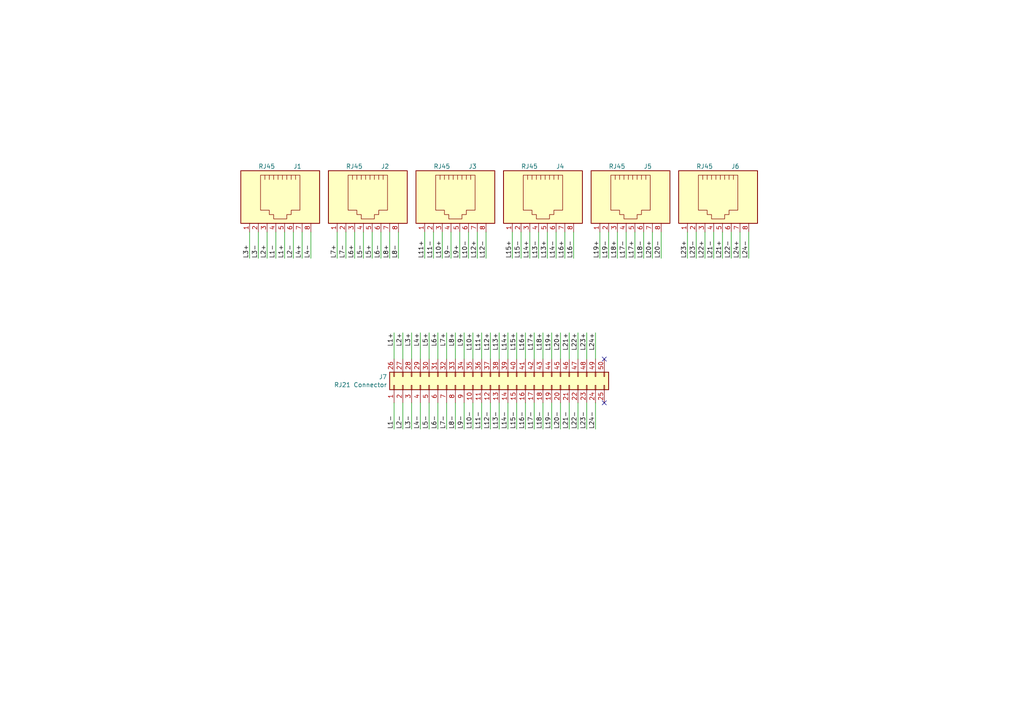
<source format=kicad_sch>
(kicad_sch
	(version 20231120)
	(generator "eeschema")
	(generator_version "8.0")
	(uuid "10253eb2-9528-40c5-b304-65b79cd95330")
	(paper "A4")
	(lib_symbols
		(symbol "Connector:RJ45"
			(pin_names
				(offset 1.016)
			)
			(exclude_from_sim no)
			(in_bom yes)
			(on_board yes)
			(property "Reference" "J"
				(at -5.08 13.97 0)
				(effects
					(font
						(size 1.27 1.27)
					)
					(justify right)
				)
			)
			(property "Value" "RJ45"
				(at 2.54 13.97 0)
				(effects
					(font
						(size 1.27 1.27)
					)
					(justify left)
				)
			)
			(property "Footprint" ""
				(at 0 0.635 90)
				(effects
					(font
						(size 1.27 1.27)
					)
					(hide yes)
				)
			)
			(property "Datasheet" "~"
				(at 0 0.635 90)
				(effects
					(font
						(size 1.27 1.27)
					)
					(hide yes)
				)
			)
			(property "Description" "RJ connector, 8P8C (8 positions 8 connected)"
				(at 0 0 0)
				(effects
					(font
						(size 1.27 1.27)
					)
					(hide yes)
				)
			)
			(property "ki_keywords" "8P8C RJ female connector"
				(at 0 0 0)
				(effects
					(font
						(size 1.27 1.27)
					)
					(hide yes)
				)
			)
			(property "ki_fp_filters" "8P8C* RJ31* RJ32* RJ33* RJ34* RJ35* RJ41* RJ45* RJ49* RJ61*"
				(at 0 0 0)
				(effects
					(font
						(size 1.27 1.27)
					)
					(hide yes)
				)
			)
			(symbol "RJ45_0_1"
				(polyline
					(pts
						(xy -5.08 4.445) (xy -6.35 4.445)
					)
					(stroke
						(width 0)
						(type default)
					)
					(fill
						(type none)
					)
				)
				(polyline
					(pts
						(xy -5.08 5.715) (xy -6.35 5.715)
					)
					(stroke
						(width 0)
						(type default)
					)
					(fill
						(type none)
					)
				)
				(polyline
					(pts
						(xy -6.35 -3.175) (xy -5.08 -3.175) (xy -5.08 -3.175)
					)
					(stroke
						(width 0)
						(type default)
					)
					(fill
						(type none)
					)
				)
				(polyline
					(pts
						(xy -6.35 -1.905) (xy -5.08 -1.905) (xy -5.08 -1.905)
					)
					(stroke
						(width 0)
						(type default)
					)
					(fill
						(type none)
					)
				)
				(polyline
					(pts
						(xy -6.35 -0.635) (xy -5.08 -0.635) (xy -5.08 -0.635)
					)
					(stroke
						(width 0)
						(type default)
					)
					(fill
						(type none)
					)
				)
				(polyline
					(pts
						(xy -6.35 0.635) (xy -5.08 0.635) (xy -5.08 0.635)
					)
					(stroke
						(width 0)
						(type default)
					)
					(fill
						(type none)
					)
				)
				(polyline
					(pts
						(xy -6.35 1.905) (xy -5.08 1.905) (xy -5.08 1.905)
					)
					(stroke
						(width 0)
						(type default)
					)
					(fill
						(type none)
					)
				)
				(polyline
					(pts
						(xy -5.08 3.175) (xy -6.35 3.175) (xy -6.35 3.175)
					)
					(stroke
						(width 0)
						(type default)
					)
					(fill
						(type none)
					)
				)
				(polyline
					(pts
						(xy -6.35 -4.445) (xy -6.35 6.985) (xy 3.81 6.985) (xy 3.81 4.445) (xy 5.08 4.445) (xy 5.08 3.175)
						(xy 6.35 3.175) (xy 6.35 -0.635) (xy 5.08 -0.635) (xy 5.08 -1.905) (xy 3.81 -1.905) (xy 3.81 -4.445)
						(xy -6.35 -4.445) (xy -6.35 -4.445)
					)
					(stroke
						(width 0)
						(type default)
					)
					(fill
						(type none)
					)
				)
				(rectangle
					(start 7.62 12.7)
					(end -7.62 -10.16)
					(stroke
						(width 0.254)
						(type default)
					)
					(fill
						(type background)
					)
				)
			)
			(symbol "RJ45_1_1"
				(pin passive line
					(at 10.16 -7.62 180)
					(length 2.54)
					(name "~"
						(effects
							(font
								(size 1.27 1.27)
							)
						)
					)
					(number "1"
						(effects
							(font
								(size 1.27 1.27)
							)
						)
					)
				)
				(pin passive line
					(at 10.16 -5.08 180)
					(length 2.54)
					(name "~"
						(effects
							(font
								(size 1.27 1.27)
							)
						)
					)
					(number "2"
						(effects
							(font
								(size 1.27 1.27)
							)
						)
					)
				)
				(pin passive line
					(at 10.16 -2.54 180)
					(length 2.54)
					(name "~"
						(effects
							(font
								(size 1.27 1.27)
							)
						)
					)
					(number "3"
						(effects
							(font
								(size 1.27 1.27)
							)
						)
					)
				)
				(pin passive line
					(at 10.16 0 180)
					(length 2.54)
					(name "~"
						(effects
							(font
								(size 1.27 1.27)
							)
						)
					)
					(number "4"
						(effects
							(font
								(size 1.27 1.27)
							)
						)
					)
				)
				(pin passive line
					(at 10.16 2.54 180)
					(length 2.54)
					(name "~"
						(effects
							(font
								(size 1.27 1.27)
							)
						)
					)
					(number "5"
						(effects
							(font
								(size 1.27 1.27)
							)
						)
					)
				)
				(pin passive line
					(at 10.16 5.08 180)
					(length 2.54)
					(name "~"
						(effects
							(font
								(size 1.27 1.27)
							)
						)
					)
					(number "6"
						(effects
							(font
								(size 1.27 1.27)
							)
						)
					)
				)
				(pin passive line
					(at 10.16 7.62 180)
					(length 2.54)
					(name "~"
						(effects
							(font
								(size 1.27 1.27)
							)
						)
					)
					(number "7"
						(effects
							(font
								(size 1.27 1.27)
							)
						)
					)
				)
				(pin passive line
					(at 10.16 10.16 180)
					(length 2.54)
					(name "~"
						(effects
							(font
								(size 1.27 1.27)
							)
						)
					)
					(number "8"
						(effects
							(font
								(size 1.27 1.27)
							)
						)
					)
				)
			)
		)
		(symbol "Connector_Generic:Conn_02x25_Top_Bottom"
			(pin_names
				(offset 1.016) hide)
			(exclude_from_sim no)
			(in_bom yes)
			(on_board yes)
			(property "Reference" "J"
				(at 1.27 33.02 0)
				(effects
					(font
						(size 1.27 1.27)
					)
				)
			)
			(property "Value" "Conn_02x25_Top_Bottom"
				(at 1.27 -33.02 0)
				(effects
					(font
						(size 1.27 1.27)
					)
				)
			)
			(property "Footprint" ""
				(at 0 0 0)
				(effects
					(font
						(size 1.27 1.27)
					)
					(hide yes)
				)
			)
			(property "Datasheet" "~"
				(at 0 0 0)
				(effects
					(font
						(size 1.27 1.27)
					)
					(hide yes)
				)
			)
			(property "Description" "Generic connector, double row, 02x25, top/bottom pin numbering scheme (row 1: 1...pins_per_row, row2: pins_per_row+1 ... num_pins), script generated (kicad-library-utils/schlib/autogen/connector/)"
				(at 0 0 0)
				(effects
					(font
						(size 1.27 1.27)
					)
					(hide yes)
				)
			)
			(property "ki_keywords" "connector"
				(at 0 0 0)
				(effects
					(font
						(size 1.27 1.27)
					)
					(hide yes)
				)
			)
			(property "ki_fp_filters" "Connector*:*_2x??_*"
				(at 0 0 0)
				(effects
					(font
						(size 1.27 1.27)
					)
					(hide yes)
				)
			)
			(symbol "Conn_02x25_Top_Bottom_1_1"
				(rectangle
					(start -1.27 -30.353)
					(end 0 -30.607)
					(stroke
						(width 0.1524)
						(type default)
					)
					(fill
						(type none)
					)
				)
				(rectangle
					(start -1.27 -27.813)
					(end 0 -28.067)
					(stroke
						(width 0.1524)
						(type default)
					)
					(fill
						(type none)
					)
				)
				(rectangle
					(start -1.27 -25.273)
					(end 0 -25.527)
					(stroke
						(width 0.1524)
						(type default)
					)
					(fill
						(type none)
					)
				)
				(rectangle
					(start -1.27 -22.733)
					(end 0 -22.987)
					(stroke
						(width 0.1524)
						(type default)
					)
					(fill
						(type none)
					)
				)
				(rectangle
					(start -1.27 -20.193)
					(end 0 -20.447)
					(stroke
						(width 0.1524)
						(type default)
					)
					(fill
						(type none)
					)
				)
				(rectangle
					(start -1.27 -17.653)
					(end 0 -17.907)
					(stroke
						(width 0.1524)
						(type default)
					)
					(fill
						(type none)
					)
				)
				(rectangle
					(start -1.27 -15.113)
					(end 0 -15.367)
					(stroke
						(width 0.1524)
						(type default)
					)
					(fill
						(type none)
					)
				)
				(rectangle
					(start -1.27 -12.573)
					(end 0 -12.827)
					(stroke
						(width 0.1524)
						(type default)
					)
					(fill
						(type none)
					)
				)
				(rectangle
					(start -1.27 -10.033)
					(end 0 -10.287)
					(stroke
						(width 0.1524)
						(type default)
					)
					(fill
						(type none)
					)
				)
				(rectangle
					(start -1.27 -7.493)
					(end 0 -7.747)
					(stroke
						(width 0.1524)
						(type default)
					)
					(fill
						(type none)
					)
				)
				(rectangle
					(start -1.27 -4.953)
					(end 0 -5.207)
					(stroke
						(width 0.1524)
						(type default)
					)
					(fill
						(type none)
					)
				)
				(rectangle
					(start -1.27 -2.413)
					(end 0 -2.667)
					(stroke
						(width 0.1524)
						(type default)
					)
					(fill
						(type none)
					)
				)
				(rectangle
					(start -1.27 0.127)
					(end 0 -0.127)
					(stroke
						(width 0.1524)
						(type default)
					)
					(fill
						(type none)
					)
				)
				(rectangle
					(start -1.27 2.667)
					(end 0 2.413)
					(stroke
						(width 0.1524)
						(type default)
					)
					(fill
						(type none)
					)
				)
				(rectangle
					(start -1.27 5.207)
					(end 0 4.953)
					(stroke
						(width 0.1524)
						(type default)
					)
					(fill
						(type none)
					)
				)
				(rectangle
					(start -1.27 7.747)
					(end 0 7.493)
					(stroke
						(width 0.1524)
						(type default)
					)
					(fill
						(type none)
					)
				)
				(rectangle
					(start -1.27 10.287)
					(end 0 10.033)
					(stroke
						(width 0.1524)
						(type default)
					)
					(fill
						(type none)
					)
				)
				(rectangle
					(start -1.27 12.827)
					(end 0 12.573)
					(stroke
						(width 0.1524)
						(type default)
					)
					(fill
						(type none)
					)
				)
				(rectangle
					(start -1.27 15.367)
					(end 0 15.113)
					(stroke
						(width 0.1524)
						(type default)
					)
					(fill
						(type none)
					)
				)
				(rectangle
					(start -1.27 17.907)
					(end 0 17.653)
					(stroke
						(width 0.1524)
						(type default)
					)
					(fill
						(type none)
					)
				)
				(rectangle
					(start -1.27 20.447)
					(end 0 20.193)
					(stroke
						(width 0.1524)
						(type default)
					)
					(fill
						(type none)
					)
				)
				(rectangle
					(start -1.27 22.987)
					(end 0 22.733)
					(stroke
						(width 0.1524)
						(type default)
					)
					(fill
						(type none)
					)
				)
				(rectangle
					(start -1.27 25.527)
					(end 0 25.273)
					(stroke
						(width 0.1524)
						(type default)
					)
					(fill
						(type none)
					)
				)
				(rectangle
					(start -1.27 28.067)
					(end 0 27.813)
					(stroke
						(width 0.1524)
						(type default)
					)
					(fill
						(type none)
					)
				)
				(rectangle
					(start -1.27 30.607)
					(end 0 30.353)
					(stroke
						(width 0.1524)
						(type default)
					)
					(fill
						(type none)
					)
				)
				(rectangle
					(start -1.27 31.75)
					(end 3.81 -31.75)
					(stroke
						(width 0.254)
						(type default)
					)
					(fill
						(type background)
					)
				)
				(rectangle
					(start 3.81 -30.353)
					(end 2.54 -30.607)
					(stroke
						(width 0.1524)
						(type default)
					)
					(fill
						(type none)
					)
				)
				(rectangle
					(start 3.81 -27.813)
					(end 2.54 -28.067)
					(stroke
						(width 0.1524)
						(type default)
					)
					(fill
						(type none)
					)
				)
				(rectangle
					(start 3.81 -25.273)
					(end 2.54 -25.527)
					(stroke
						(width 0.1524)
						(type default)
					)
					(fill
						(type none)
					)
				)
				(rectangle
					(start 3.81 -22.733)
					(end 2.54 -22.987)
					(stroke
						(width 0.1524)
						(type default)
					)
					(fill
						(type none)
					)
				)
				(rectangle
					(start 3.81 -20.193)
					(end 2.54 -20.447)
					(stroke
						(width 0.1524)
						(type default)
					)
					(fill
						(type none)
					)
				)
				(rectangle
					(start 3.81 -17.653)
					(end 2.54 -17.907)
					(stroke
						(width 0.1524)
						(type default)
					)
					(fill
						(type none)
					)
				)
				(rectangle
					(start 3.81 -15.113)
					(end 2.54 -15.367)
					(stroke
						(width 0.1524)
						(type default)
					)
					(fill
						(type none)
					)
				)
				(rectangle
					(start 3.81 -12.573)
					(end 2.54 -12.827)
					(stroke
						(width 0.1524)
						(type default)
					)
					(fill
						(type none)
					)
				)
				(rectangle
					(start 3.81 -10.033)
					(end 2.54 -10.287)
					(stroke
						(width 0.1524)
						(type default)
					)
					(fill
						(type none)
					)
				)
				(rectangle
					(start 3.81 -7.493)
					(end 2.54 -7.747)
					(stroke
						(width 0.1524)
						(type default)
					)
					(fill
						(type none)
					)
				)
				(rectangle
					(start 3.81 -4.953)
					(end 2.54 -5.207)
					(stroke
						(width 0.1524)
						(type default)
					)
					(fill
						(type none)
					)
				)
				(rectangle
					(start 3.81 -2.413)
					(end 2.54 -2.667)
					(stroke
						(width 0.1524)
						(type default)
					)
					(fill
						(type none)
					)
				)
				(rectangle
					(start 3.81 0.127)
					(end 2.54 -0.127)
					(stroke
						(width 0.1524)
						(type default)
					)
					(fill
						(type none)
					)
				)
				(rectangle
					(start 3.81 2.667)
					(end 2.54 2.413)
					(stroke
						(width 0.1524)
						(type default)
					)
					(fill
						(type none)
					)
				)
				(rectangle
					(start 3.81 5.207)
					(end 2.54 4.953)
					(stroke
						(width 0.1524)
						(type default)
					)
					(fill
						(type none)
					)
				)
				(rectangle
					(start 3.81 7.747)
					(end 2.54 7.493)
					(stroke
						(width 0.1524)
						(type default)
					)
					(fill
						(type none)
					)
				)
				(rectangle
					(start 3.81 10.287)
					(end 2.54 10.033)
					(stroke
						(width 0.1524)
						(type default)
					)
					(fill
						(type none)
					)
				)
				(rectangle
					(start 3.81 12.827)
					(end 2.54 12.573)
					(stroke
						(width 0.1524)
						(type default)
					)
					(fill
						(type none)
					)
				)
				(rectangle
					(start 3.81 15.367)
					(end 2.54 15.113)
					(stroke
						(width 0.1524)
						(type default)
					)
					(fill
						(type none)
					)
				)
				(rectangle
					(start 3.81 17.907)
					(end 2.54 17.653)
					(stroke
						(width 0.1524)
						(type default)
					)
					(fill
						(type none)
					)
				)
				(rectangle
					(start 3.81 20.447)
					(end 2.54 20.193)
					(stroke
						(width 0.1524)
						(type default)
					)
					(fill
						(type none)
					)
				)
				(rectangle
					(start 3.81 22.987)
					(end 2.54 22.733)
					(stroke
						(width 0.1524)
						(type default)
					)
					(fill
						(type none)
					)
				)
				(rectangle
					(start 3.81 25.527)
					(end 2.54 25.273)
					(stroke
						(width 0.1524)
						(type default)
					)
					(fill
						(type none)
					)
				)
				(rectangle
					(start 3.81 28.067)
					(end 2.54 27.813)
					(stroke
						(width 0.1524)
						(type default)
					)
					(fill
						(type none)
					)
				)
				(rectangle
					(start 3.81 30.607)
					(end 2.54 30.353)
					(stroke
						(width 0.1524)
						(type default)
					)
					(fill
						(type none)
					)
				)
				(pin passive line
					(at -5.08 30.48 0)
					(length 3.81)
					(name "Pin_1"
						(effects
							(font
								(size 1.27 1.27)
							)
						)
					)
					(number "1"
						(effects
							(font
								(size 1.27 1.27)
							)
						)
					)
				)
				(pin passive line
					(at -5.08 7.62 0)
					(length 3.81)
					(name "Pin_10"
						(effects
							(font
								(size 1.27 1.27)
							)
						)
					)
					(number "10"
						(effects
							(font
								(size 1.27 1.27)
							)
						)
					)
				)
				(pin passive line
					(at -5.08 5.08 0)
					(length 3.81)
					(name "Pin_11"
						(effects
							(font
								(size 1.27 1.27)
							)
						)
					)
					(number "11"
						(effects
							(font
								(size 1.27 1.27)
							)
						)
					)
				)
				(pin passive line
					(at -5.08 2.54 0)
					(length 3.81)
					(name "Pin_12"
						(effects
							(font
								(size 1.27 1.27)
							)
						)
					)
					(number "12"
						(effects
							(font
								(size 1.27 1.27)
							)
						)
					)
				)
				(pin passive line
					(at -5.08 0 0)
					(length 3.81)
					(name "Pin_13"
						(effects
							(font
								(size 1.27 1.27)
							)
						)
					)
					(number "13"
						(effects
							(font
								(size 1.27 1.27)
							)
						)
					)
				)
				(pin passive line
					(at -5.08 -2.54 0)
					(length 3.81)
					(name "Pin_14"
						(effects
							(font
								(size 1.27 1.27)
							)
						)
					)
					(number "14"
						(effects
							(font
								(size 1.27 1.27)
							)
						)
					)
				)
				(pin passive line
					(at -5.08 -5.08 0)
					(length 3.81)
					(name "Pin_15"
						(effects
							(font
								(size 1.27 1.27)
							)
						)
					)
					(number "15"
						(effects
							(font
								(size 1.27 1.27)
							)
						)
					)
				)
				(pin passive line
					(at -5.08 -7.62 0)
					(length 3.81)
					(name "Pin_16"
						(effects
							(font
								(size 1.27 1.27)
							)
						)
					)
					(number "16"
						(effects
							(font
								(size 1.27 1.27)
							)
						)
					)
				)
				(pin passive line
					(at -5.08 -10.16 0)
					(length 3.81)
					(name "Pin_17"
						(effects
							(font
								(size 1.27 1.27)
							)
						)
					)
					(number "17"
						(effects
							(font
								(size 1.27 1.27)
							)
						)
					)
				)
				(pin passive line
					(at -5.08 -12.7 0)
					(length 3.81)
					(name "Pin_18"
						(effects
							(font
								(size 1.27 1.27)
							)
						)
					)
					(number "18"
						(effects
							(font
								(size 1.27 1.27)
							)
						)
					)
				)
				(pin passive line
					(at -5.08 -15.24 0)
					(length 3.81)
					(name "Pin_19"
						(effects
							(font
								(size 1.27 1.27)
							)
						)
					)
					(number "19"
						(effects
							(font
								(size 1.27 1.27)
							)
						)
					)
				)
				(pin passive line
					(at -5.08 27.94 0)
					(length 3.81)
					(name "Pin_2"
						(effects
							(font
								(size 1.27 1.27)
							)
						)
					)
					(number "2"
						(effects
							(font
								(size 1.27 1.27)
							)
						)
					)
				)
				(pin passive line
					(at -5.08 -17.78 0)
					(length 3.81)
					(name "Pin_20"
						(effects
							(font
								(size 1.27 1.27)
							)
						)
					)
					(number "20"
						(effects
							(font
								(size 1.27 1.27)
							)
						)
					)
				)
				(pin passive line
					(at -5.08 -20.32 0)
					(length 3.81)
					(name "Pin_21"
						(effects
							(font
								(size 1.27 1.27)
							)
						)
					)
					(number "21"
						(effects
							(font
								(size 1.27 1.27)
							)
						)
					)
				)
				(pin passive line
					(at -5.08 -22.86 0)
					(length 3.81)
					(name "Pin_22"
						(effects
							(font
								(size 1.27 1.27)
							)
						)
					)
					(number "22"
						(effects
							(font
								(size 1.27 1.27)
							)
						)
					)
				)
				(pin passive line
					(at -5.08 -25.4 0)
					(length 3.81)
					(name "Pin_23"
						(effects
							(font
								(size 1.27 1.27)
							)
						)
					)
					(number "23"
						(effects
							(font
								(size 1.27 1.27)
							)
						)
					)
				)
				(pin passive line
					(at -5.08 -27.94 0)
					(length 3.81)
					(name "Pin_24"
						(effects
							(font
								(size 1.27 1.27)
							)
						)
					)
					(number "24"
						(effects
							(font
								(size 1.27 1.27)
							)
						)
					)
				)
				(pin passive line
					(at -5.08 -30.48 0)
					(length 3.81)
					(name "Pin_25"
						(effects
							(font
								(size 1.27 1.27)
							)
						)
					)
					(number "25"
						(effects
							(font
								(size 1.27 1.27)
							)
						)
					)
				)
				(pin passive line
					(at 7.62 30.48 180)
					(length 3.81)
					(name "Pin_26"
						(effects
							(font
								(size 1.27 1.27)
							)
						)
					)
					(number "26"
						(effects
							(font
								(size 1.27 1.27)
							)
						)
					)
				)
				(pin passive line
					(at 7.62 27.94 180)
					(length 3.81)
					(name "Pin_27"
						(effects
							(font
								(size 1.27 1.27)
							)
						)
					)
					(number "27"
						(effects
							(font
								(size 1.27 1.27)
							)
						)
					)
				)
				(pin passive line
					(at 7.62 25.4 180)
					(length 3.81)
					(name "Pin_28"
						(effects
							(font
								(size 1.27 1.27)
							)
						)
					)
					(number "28"
						(effects
							(font
								(size 1.27 1.27)
							)
						)
					)
				)
				(pin passive line
					(at 7.62 22.86 180)
					(length 3.81)
					(name "Pin_29"
						(effects
							(font
								(size 1.27 1.27)
							)
						)
					)
					(number "29"
						(effects
							(font
								(size 1.27 1.27)
							)
						)
					)
				)
				(pin passive line
					(at -5.08 25.4 0)
					(length 3.81)
					(name "Pin_3"
						(effects
							(font
								(size 1.27 1.27)
							)
						)
					)
					(number "3"
						(effects
							(font
								(size 1.27 1.27)
							)
						)
					)
				)
				(pin passive line
					(at 7.62 20.32 180)
					(length 3.81)
					(name "Pin_30"
						(effects
							(font
								(size 1.27 1.27)
							)
						)
					)
					(number "30"
						(effects
							(font
								(size 1.27 1.27)
							)
						)
					)
				)
				(pin passive line
					(at 7.62 17.78 180)
					(length 3.81)
					(name "Pin_31"
						(effects
							(font
								(size 1.27 1.27)
							)
						)
					)
					(number "31"
						(effects
							(font
								(size 1.27 1.27)
							)
						)
					)
				)
				(pin passive line
					(at 7.62 15.24 180)
					(length 3.81)
					(name "Pin_32"
						(effects
							(font
								(size 1.27 1.27)
							)
						)
					)
					(number "32"
						(effects
							(font
								(size 1.27 1.27)
							)
						)
					)
				)
				(pin passive line
					(at 7.62 12.7 180)
					(length 3.81)
					(name "Pin_33"
						(effects
							(font
								(size 1.27 1.27)
							)
						)
					)
					(number "33"
						(effects
							(font
								(size 1.27 1.27)
							)
						)
					)
				)
				(pin passive line
					(at 7.62 10.16 180)
					(length 3.81)
					(name "Pin_34"
						(effects
							(font
								(size 1.27 1.27)
							)
						)
					)
					(number "34"
						(effects
							(font
								(size 1.27 1.27)
							)
						)
					)
				)
				(pin passive line
					(at 7.62 7.62 180)
					(length 3.81)
					(name "Pin_35"
						(effects
							(font
								(size 1.27 1.27)
							)
						)
					)
					(number "35"
						(effects
							(font
								(size 1.27 1.27)
							)
						)
					)
				)
				(pin passive line
					(at 7.62 5.08 180)
					(length 3.81)
					(name "Pin_36"
						(effects
							(font
								(size 1.27 1.27)
							)
						)
					)
					(number "36"
						(effects
							(font
								(size 1.27 1.27)
							)
						)
					)
				)
				(pin passive line
					(at 7.62 2.54 180)
					(length 3.81)
					(name "Pin_37"
						(effects
							(font
								(size 1.27 1.27)
							)
						)
					)
					(number "37"
						(effects
							(font
								(size 1.27 1.27)
							)
						)
					)
				)
				(pin passive line
					(at 7.62 0 180)
					(length 3.81)
					(name "Pin_38"
						(effects
							(font
								(size 1.27 1.27)
							)
						)
					)
					(number "38"
						(effects
							(font
								(size 1.27 1.27)
							)
						)
					)
				)
				(pin passive line
					(at 7.62 -2.54 180)
					(length 3.81)
					(name "Pin_39"
						(effects
							(font
								(size 1.27 1.27)
							)
						)
					)
					(number "39"
						(effects
							(font
								(size 1.27 1.27)
							)
						)
					)
				)
				(pin passive line
					(at -5.08 22.86 0)
					(length 3.81)
					(name "Pin_4"
						(effects
							(font
								(size 1.27 1.27)
							)
						)
					)
					(number "4"
						(effects
							(font
								(size 1.27 1.27)
							)
						)
					)
				)
				(pin passive line
					(at 7.62 -5.08 180)
					(length 3.81)
					(name "Pin_40"
						(effects
							(font
								(size 1.27 1.27)
							)
						)
					)
					(number "40"
						(effects
							(font
								(size 1.27 1.27)
							)
						)
					)
				)
				(pin passive line
					(at 7.62 -7.62 180)
					(length 3.81)
					(name "Pin_41"
						(effects
							(font
								(size 1.27 1.27)
							)
						)
					)
					(number "41"
						(effects
							(font
								(size 1.27 1.27)
							)
						)
					)
				)
				(pin passive line
					(at 7.62 -10.16 180)
					(length 3.81)
					(name "Pin_42"
						(effects
							(font
								(size 1.27 1.27)
							)
						)
					)
					(number "42"
						(effects
							(font
								(size 1.27 1.27)
							)
						)
					)
				)
				(pin passive line
					(at 7.62 -12.7 180)
					(length 3.81)
					(name "Pin_43"
						(effects
							(font
								(size 1.27 1.27)
							)
						)
					)
					(number "43"
						(effects
							(font
								(size 1.27 1.27)
							)
						)
					)
				)
				(pin passive line
					(at 7.62 -15.24 180)
					(length 3.81)
					(name "Pin_44"
						(effects
							(font
								(size 1.27 1.27)
							)
						)
					)
					(number "44"
						(effects
							(font
								(size 1.27 1.27)
							)
						)
					)
				)
				(pin passive line
					(at 7.62 -17.78 180)
					(length 3.81)
					(name "Pin_45"
						(effects
							(font
								(size 1.27 1.27)
							)
						)
					)
					(number "45"
						(effects
							(font
								(size 1.27 1.27)
							)
						)
					)
				)
				(pin passive line
					(at 7.62 -20.32 180)
					(length 3.81)
					(name "Pin_46"
						(effects
							(font
								(size 1.27 1.27)
							)
						)
					)
					(number "46"
						(effects
							(font
								(size 1.27 1.27)
							)
						)
					)
				)
				(pin passive line
					(at 7.62 -22.86 180)
					(length 3.81)
					(name "Pin_47"
						(effects
							(font
								(size 1.27 1.27)
							)
						)
					)
					(number "47"
						(effects
							(font
								(size 1.27 1.27)
							)
						)
					)
				)
				(pin passive line
					(at 7.62 -25.4 180)
					(length 3.81)
					(name "Pin_48"
						(effects
							(font
								(size 1.27 1.27)
							)
						)
					)
					(number "48"
						(effects
							(font
								(size 1.27 1.27)
							)
						)
					)
				)
				(pin passive line
					(at 7.62 -27.94 180)
					(length 3.81)
					(name "Pin_49"
						(effects
							(font
								(size 1.27 1.27)
							)
						)
					)
					(number "49"
						(effects
							(font
								(size 1.27 1.27)
							)
						)
					)
				)
				(pin passive line
					(at -5.08 20.32 0)
					(length 3.81)
					(name "Pin_5"
						(effects
							(font
								(size 1.27 1.27)
							)
						)
					)
					(number "5"
						(effects
							(font
								(size 1.27 1.27)
							)
						)
					)
				)
				(pin passive line
					(at 7.62 -30.48 180)
					(length 3.81)
					(name "Pin_50"
						(effects
							(font
								(size 1.27 1.27)
							)
						)
					)
					(number "50"
						(effects
							(font
								(size 1.27 1.27)
							)
						)
					)
				)
				(pin passive line
					(at -5.08 17.78 0)
					(length 3.81)
					(name "Pin_6"
						(effects
							(font
								(size 1.27 1.27)
							)
						)
					)
					(number "6"
						(effects
							(font
								(size 1.27 1.27)
							)
						)
					)
				)
				(pin passive line
					(at -5.08 15.24 0)
					(length 3.81)
					(name "Pin_7"
						(effects
							(font
								(size 1.27 1.27)
							)
						)
					)
					(number "7"
						(effects
							(font
								(size 1.27 1.27)
							)
						)
					)
				)
				(pin passive line
					(at -5.08 12.7 0)
					(length 3.81)
					(name "Pin_8"
						(effects
							(font
								(size 1.27 1.27)
							)
						)
					)
					(number "8"
						(effects
							(font
								(size 1.27 1.27)
							)
						)
					)
				)
				(pin passive line
					(at -5.08 10.16 0)
					(length 3.81)
					(name "Pin_9"
						(effects
							(font
								(size 1.27 1.27)
							)
						)
					)
					(number "9"
						(effects
							(font
								(size 1.27 1.27)
							)
						)
					)
				)
			)
		)
	)
	(no_connect
		(at 175.26 116.84)
		(uuid "5edd6755-bbba-4900-99df-f01f03962d22")
	)
	(no_connect
		(at 175.26 104.14)
		(uuid "9c4db2ef-556b-4513-9310-1140b6cf5a96")
	)
	(wire
		(pts
			(xy 157.48 116.84) (xy 157.48 124.46)
		)
		(stroke
			(width 0)
			(type default)
		)
		(uuid "0592de49-5c28-423c-a6fd-22a1654974e8")
	)
	(wire
		(pts
			(xy 90.17 67.31) (xy 90.17 74.93)
		)
		(stroke
			(width 0)
			(type default)
		)
		(uuid "065a4d9e-3ddd-45e5-a58c-20c6c4aad33c")
	)
	(wire
		(pts
			(xy 121.92 104.14) (xy 121.92 96.52)
		)
		(stroke
			(width 0)
			(type default)
		)
		(uuid "097b38ca-a772-4ec6-b435-7e6e3868d436")
	)
	(wire
		(pts
			(xy 153.67 67.31) (xy 153.67 74.93)
		)
		(stroke
			(width 0)
			(type default)
		)
		(uuid "0c0a88d9-0699-40c0-bf27-aa5f36094a98")
	)
	(wire
		(pts
			(xy 148.59 67.31) (xy 148.59 74.93)
		)
		(stroke
			(width 0)
			(type default)
		)
		(uuid "0efd63b6-3700-4462-ade4-e9ef0608c3a1")
	)
	(wire
		(pts
			(xy 82.55 67.31) (xy 82.55 74.93)
		)
		(stroke
			(width 0)
			(type default)
		)
		(uuid "1626dbe7-8f74-4707-be99-4bda346c0e93")
	)
	(wire
		(pts
			(xy 156.21 67.31) (xy 156.21 74.93)
		)
		(stroke
			(width 0)
			(type default)
		)
		(uuid "181b0623-1cc2-47ad-a607-3312428b7551")
	)
	(wire
		(pts
			(xy 127 116.84) (xy 127 124.46)
		)
		(stroke
			(width 0)
			(type default)
		)
		(uuid "18acbcef-fb3e-4889-8a0c-a345f2332a31")
	)
	(wire
		(pts
			(xy 172.72 116.84) (xy 172.72 124.46)
		)
		(stroke
			(width 0)
			(type default)
		)
		(uuid "1d020958-5985-40b3-8567-b43226565fa1")
	)
	(wire
		(pts
			(xy 129.54 116.84) (xy 129.54 124.46)
		)
		(stroke
			(width 0)
			(type default)
		)
		(uuid "25a4d340-603e-4912-9bb8-a7c0814002fe")
	)
	(wire
		(pts
			(xy 127 104.14) (xy 127 96.52)
		)
		(stroke
			(width 0)
			(type default)
		)
		(uuid "2b3c3389-caf1-45c5-a943-20856f384aa3")
	)
	(wire
		(pts
			(xy 179.07 67.31) (xy 179.07 74.93)
		)
		(stroke
			(width 0)
			(type default)
		)
		(uuid "30499c84-5f81-4e4f-8a83-ad2be99afe84")
	)
	(wire
		(pts
			(xy 124.46 104.14) (xy 124.46 96.52)
		)
		(stroke
			(width 0)
			(type default)
		)
		(uuid "31fe125a-e89a-49bf-a560-08726b2af764")
	)
	(wire
		(pts
			(xy 209.55 67.31) (xy 209.55 74.93)
		)
		(stroke
			(width 0)
			(type default)
		)
		(uuid "354798a5-f080-4f08-8caf-86584ab77458")
	)
	(wire
		(pts
			(xy 132.08 104.14) (xy 132.08 96.52)
		)
		(stroke
			(width 0)
			(type default)
		)
		(uuid "39ac4fce-53eb-4330-8dc9-6ab5156e6b81")
	)
	(wire
		(pts
			(xy 186.69 67.31) (xy 186.69 74.93)
		)
		(stroke
			(width 0)
			(type default)
		)
		(uuid "3efc6509-029f-42dd-a7b7-99e2dcfb1d4b")
	)
	(wire
		(pts
			(xy 154.94 104.14) (xy 154.94 96.52)
		)
		(stroke
			(width 0)
			(type default)
		)
		(uuid "4228f734-7418-42fd-b649-e199acc592e9")
	)
	(wire
		(pts
			(xy 132.08 116.84) (xy 132.08 124.46)
		)
		(stroke
			(width 0)
			(type default)
		)
		(uuid "4815fe26-d64b-4443-9d76-db2f5fb31016")
	)
	(wire
		(pts
			(xy 167.64 116.84) (xy 167.64 124.46)
		)
		(stroke
			(width 0)
			(type default)
		)
		(uuid "49a907d2-2faa-4b0c-9b5f-8a1bd93274fa")
	)
	(wire
		(pts
			(xy 214.63 67.31) (xy 214.63 74.93)
		)
		(stroke
			(width 0)
			(type default)
		)
		(uuid "4b62290d-014a-4d86-9421-615caf50cbd6")
	)
	(wire
		(pts
			(xy 165.1 116.84) (xy 165.1 124.46)
		)
		(stroke
			(width 0)
			(type default)
		)
		(uuid "50b35c31-f2a0-4634-889f-2bc78ffe47ba")
	)
	(wire
		(pts
			(xy 204.47 67.31) (xy 204.47 74.93)
		)
		(stroke
			(width 0)
			(type default)
		)
		(uuid "548a915e-8153-4cce-ab4c-5c2bb4340d61")
	)
	(wire
		(pts
			(xy 189.23 67.31) (xy 189.23 74.93)
		)
		(stroke
			(width 0)
			(type default)
		)
		(uuid "5668291c-e61a-4186-98de-d62e4b1920cb")
	)
	(wire
		(pts
			(xy 113.03 67.31) (xy 113.03 74.93)
		)
		(stroke
			(width 0)
			(type default)
		)
		(uuid "56ffee51-8758-44dc-9292-7b1620e55a59")
	)
	(wire
		(pts
			(xy 184.15 67.31) (xy 184.15 74.93)
		)
		(stroke
			(width 0)
			(type default)
		)
		(uuid "587df479-b96f-495c-b7bb-c77e1a86721b")
	)
	(wire
		(pts
			(xy 119.38 104.14) (xy 119.38 96.52)
		)
		(stroke
			(width 0)
			(type default)
		)
		(uuid "5a662014-7b9c-4c4c-9dd8-5b352b3f77b2")
	)
	(wire
		(pts
			(xy 74.93 67.31) (xy 74.93 74.93)
		)
		(stroke
			(width 0)
			(type default)
		)
		(uuid "5c08bcdd-ae2b-4a2f-812d-3cc492b0b827")
	)
	(wire
		(pts
			(xy 151.13 67.31) (xy 151.13 74.93)
		)
		(stroke
			(width 0)
			(type default)
		)
		(uuid "5de54c0d-947a-4b3a-ab21-cf1d9deecc5a")
	)
	(wire
		(pts
			(xy 147.32 116.84) (xy 147.32 124.46)
		)
		(stroke
			(width 0)
			(type default)
		)
		(uuid "5e5e510e-e51e-4920-81bf-567902accbde")
	)
	(wire
		(pts
			(xy 144.78 116.84) (xy 144.78 124.46)
		)
		(stroke
			(width 0)
			(type default)
		)
		(uuid "629b6add-c711-4ab1-8d7c-912d1c38785f")
	)
	(wire
		(pts
			(xy 170.18 104.14) (xy 170.18 96.52)
		)
		(stroke
			(width 0)
			(type default)
		)
		(uuid "655ef40b-5a18-4b00-b6b3-6b6ba325d95d")
	)
	(wire
		(pts
			(xy 157.48 104.14) (xy 157.48 96.52)
		)
		(stroke
			(width 0)
			(type default)
		)
		(uuid "65c4b97a-ff00-47f6-82c9-9e30542a9556")
	)
	(wire
		(pts
			(xy 100.33 67.31) (xy 100.33 74.93)
		)
		(stroke
			(width 0)
			(type default)
		)
		(uuid "68d0105a-ea60-4a93-8035-c5771fe77c4b")
	)
	(wire
		(pts
			(xy 199.39 67.31) (xy 199.39 74.93)
		)
		(stroke
			(width 0)
			(type default)
		)
		(uuid "6a43403d-f479-40b1-97d1-8af422eca095")
	)
	(wire
		(pts
			(xy 87.63 67.31) (xy 87.63 74.93)
		)
		(stroke
			(width 0)
			(type default)
		)
		(uuid "6c349bd3-2434-44d5-96a4-314c7cb55a58")
	)
	(wire
		(pts
			(xy 139.7 104.14) (xy 139.7 96.52)
		)
		(stroke
			(width 0)
			(type default)
		)
		(uuid "6f332793-a510-4af9-af9f-7c036329eafb")
	)
	(wire
		(pts
			(xy 85.09 67.31) (xy 85.09 74.93)
		)
		(stroke
			(width 0)
			(type default)
		)
		(uuid "70029a46-3304-451c-921c-da92e39401c7")
	)
	(wire
		(pts
			(xy 137.16 116.84) (xy 137.16 124.46)
		)
		(stroke
			(width 0)
			(type default)
		)
		(uuid "70223096-1987-46d7-b3f0-936061594481")
	)
	(wire
		(pts
			(xy 167.64 104.14) (xy 167.64 96.52)
		)
		(stroke
			(width 0)
			(type default)
		)
		(uuid "72bac667-37f2-44a2-a08e-3f751da03d60")
	)
	(wire
		(pts
			(xy 140.97 67.31) (xy 140.97 74.93)
		)
		(stroke
			(width 0)
			(type default)
		)
		(uuid "77bc3425-e298-4950-a4a8-d4fee62a6473")
	)
	(wire
		(pts
			(xy 152.4 104.14) (xy 152.4 96.52)
		)
		(stroke
			(width 0)
			(type default)
		)
		(uuid "77cdcab4-aea2-4695-8a4e-b81c370e1ff5")
	)
	(wire
		(pts
			(xy 130.81 67.31) (xy 130.81 74.93)
		)
		(stroke
			(width 0)
			(type default)
		)
		(uuid "790ded7c-f04b-4fb0-a4b1-0a747080533a")
	)
	(wire
		(pts
			(xy 160.02 116.84) (xy 160.02 124.46)
		)
		(stroke
			(width 0)
			(type default)
		)
		(uuid "7a96d0c1-e909-4504-ba3f-c6d290338bd9")
	)
	(wire
		(pts
			(xy 162.56 116.84) (xy 162.56 124.46)
		)
		(stroke
			(width 0)
			(type default)
		)
		(uuid "8341139d-ba3e-40b3-9b9d-b9a55acfec04")
	)
	(wire
		(pts
			(xy 163.83 67.31) (xy 163.83 74.93)
		)
		(stroke
			(width 0)
			(type default)
		)
		(uuid "8701139f-6eb9-4b1f-a3f2-ce8f274f2cbf")
	)
	(wire
		(pts
			(xy 102.87 67.31) (xy 102.87 74.93)
		)
		(stroke
			(width 0)
			(type default)
		)
		(uuid "8a545354-0492-4e7c-8d58-f10d581f595c")
	)
	(wire
		(pts
			(xy 119.38 116.84) (xy 119.38 124.46)
		)
		(stroke
			(width 0)
			(type default)
		)
		(uuid "8ade6b80-a996-4648-9616-de92973c5559")
	)
	(wire
		(pts
			(xy 142.24 104.14) (xy 142.24 96.52)
		)
		(stroke
			(width 0)
			(type default)
		)
		(uuid "8f3af7b3-3fe0-476e-ac19-0c02ef7355e2")
	)
	(wire
		(pts
			(xy 154.94 116.84) (xy 154.94 124.46)
		)
		(stroke
			(width 0)
			(type default)
		)
		(uuid "8f7adb63-42d9-4bec-8ba0-337b72c842d1")
	)
	(wire
		(pts
			(xy 123.19 67.31) (xy 123.19 74.93)
		)
		(stroke
			(width 0)
			(type default)
		)
		(uuid "90ae3bd6-6374-4535-9775-0b125c671edd")
	)
	(wire
		(pts
			(xy 114.3 116.84) (xy 114.3 124.46)
		)
		(stroke
			(width 0)
			(type default)
		)
		(uuid "926b0392-42e2-49ae-9c67-16b0daa1e594")
	)
	(wire
		(pts
			(xy 124.46 116.84) (xy 124.46 124.46)
		)
		(stroke
			(width 0)
			(type default)
		)
		(uuid "94bd3c53-a499-4077-a884-26c2094788c6")
	)
	(wire
		(pts
			(xy 110.49 67.31) (xy 110.49 74.93)
		)
		(stroke
			(width 0)
			(type default)
		)
		(uuid "9a491dde-a6dc-4d6b-8fc2-230e79af53c1")
	)
	(wire
		(pts
			(xy 212.09 67.31) (xy 212.09 74.93)
		)
		(stroke
			(width 0)
			(type default)
		)
		(uuid "9d4c88b8-ce8e-4fcc-9b0b-1c3f1c5bc84b")
	)
	(wire
		(pts
			(xy 144.78 104.14) (xy 144.78 96.52)
		)
		(stroke
			(width 0)
			(type default)
		)
		(uuid "a1081c9a-5847-45d0-adb7-037cf8575cc1")
	)
	(wire
		(pts
			(xy 105.41 67.31) (xy 105.41 74.93)
		)
		(stroke
			(width 0)
			(type default)
		)
		(uuid "abed4af5-00be-45db-9cda-986dd12bc3db")
	)
	(wire
		(pts
			(xy 162.56 104.14) (xy 162.56 96.52)
		)
		(stroke
			(width 0)
			(type default)
		)
		(uuid "ac4b1fd6-318e-493d-9ae4-69e2d4c10faa")
	)
	(wire
		(pts
			(xy 170.18 116.84) (xy 170.18 124.46)
		)
		(stroke
			(width 0)
			(type default)
		)
		(uuid "ad32110c-3819-4486-8e73-49077c030457")
	)
	(wire
		(pts
			(xy 125.73 67.31) (xy 125.73 74.93)
		)
		(stroke
			(width 0)
			(type default)
		)
		(uuid "af87e728-223f-48ba-9969-e1506d0969e9")
	)
	(wire
		(pts
			(xy 129.54 104.14) (xy 129.54 96.52)
		)
		(stroke
			(width 0)
			(type default)
		)
		(uuid "b1a719a8-747d-4f34-8a3e-06b06ab36ecc")
	)
	(wire
		(pts
			(xy 138.43 67.31) (xy 138.43 74.93)
		)
		(stroke
			(width 0)
			(type default)
		)
		(uuid "b1f4d114-5527-43df-a2c7-91827f28b4b6")
	)
	(wire
		(pts
			(xy 142.24 116.84) (xy 142.24 124.46)
		)
		(stroke
			(width 0)
			(type default)
		)
		(uuid "b301b5f9-087f-451d-819b-cf54b05d42ce")
	)
	(wire
		(pts
			(xy 134.62 116.84) (xy 134.62 124.46)
		)
		(stroke
			(width 0)
			(type default)
		)
		(uuid "b6064901-cc7d-469b-b414-939b6de99de5")
	)
	(wire
		(pts
			(xy 149.86 116.84) (xy 149.86 124.46)
		)
		(stroke
			(width 0)
			(type default)
		)
		(uuid "b6d47f3e-0197-41e7-82e7-50cf79058110")
	)
	(wire
		(pts
			(xy 160.02 104.14) (xy 160.02 96.52)
		)
		(stroke
			(width 0)
			(type default)
		)
		(uuid "b702657b-2b1d-4ac5-b982-042178f71240")
	)
	(wire
		(pts
			(xy 139.7 116.84) (xy 139.7 124.46)
		)
		(stroke
			(width 0)
			(type default)
		)
		(uuid "bfd41b5d-45c3-4c11-83b4-ef878a9049d2")
	)
	(wire
		(pts
			(xy 191.77 67.31) (xy 191.77 74.93)
		)
		(stroke
			(width 0)
			(type default)
		)
		(uuid "c0ea818b-b504-4c8b-92da-9b47147ff648")
	)
	(wire
		(pts
			(xy 77.47 67.31) (xy 77.47 74.93)
		)
		(stroke
			(width 0)
			(type default)
		)
		(uuid "c31d02d3-9c1f-4ba0-9797-e8a53256b7ad")
	)
	(wire
		(pts
			(xy 217.17 67.31) (xy 217.17 74.93)
		)
		(stroke
			(width 0)
			(type default)
		)
		(uuid "c38daf02-dfbc-4b2b-8f78-3c86018b9c2e")
	)
	(wire
		(pts
			(xy 165.1 104.14) (xy 165.1 96.52)
		)
		(stroke
			(width 0)
			(type default)
		)
		(uuid "c45e28b2-191b-42e0-9792-d9621580f8d9")
	)
	(wire
		(pts
			(xy 201.93 67.31) (xy 201.93 74.93)
		)
		(stroke
			(width 0)
			(type default)
		)
		(uuid "c5cbe1dc-7be3-494b-bf16-87d26030dd8a")
	)
	(wire
		(pts
			(xy 166.37 67.31) (xy 166.37 74.93)
		)
		(stroke
			(width 0)
			(type default)
		)
		(uuid "c63df7bb-c413-4db6-9132-5acc3aae2663")
	)
	(wire
		(pts
			(xy 173.99 67.31) (xy 173.99 74.93)
		)
		(stroke
			(width 0)
			(type default)
		)
		(uuid "c6e4c956-d0c1-44db-bd21-f74957c18b5f")
	)
	(wire
		(pts
			(xy 176.53 67.31) (xy 176.53 74.93)
		)
		(stroke
			(width 0)
			(type default)
		)
		(uuid "c73aac75-bb37-4386-aed5-5aef44fe8d83")
	)
	(wire
		(pts
			(xy 107.95 67.31) (xy 107.95 74.93)
		)
		(stroke
			(width 0)
			(type default)
		)
		(uuid "ce945dd4-34fb-40d6-bd93-bfe9340bcad1")
	)
	(wire
		(pts
			(xy 114.3 104.14) (xy 114.3 96.52)
		)
		(stroke
			(width 0)
			(type default)
		)
		(uuid "cebfa584-909e-4623-8be3-b78379fd01d7")
	)
	(wire
		(pts
			(xy 115.57 67.31) (xy 115.57 74.93)
		)
		(stroke
			(width 0)
			(type default)
		)
		(uuid "cfddb2ce-0992-481b-86be-392d1024bbcc")
	)
	(wire
		(pts
			(xy 137.16 104.14) (xy 137.16 96.52)
		)
		(stroke
			(width 0)
			(type default)
		)
		(uuid "d49ab1b7-116c-4007-9e9b-865bf19e60de")
	)
	(wire
		(pts
			(xy 181.61 67.31) (xy 181.61 74.93)
		)
		(stroke
			(width 0)
			(type default)
		)
		(uuid "d4a73f22-ae9a-4d3b-a6a2-bf51eeb7cf26")
	)
	(wire
		(pts
			(xy 172.72 104.14) (xy 172.72 96.52)
		)
		(stroke
			(width 0)
			(type default)
		)
		(uuid "d505360a-5ce3-4e5e-a7d5-5eb9340ecf7f")
	)
	(wire
		(pts
			(xy 97.79 67.31) (xy 97.79 74.93)
		)
		(stroke
			(width 0)
			(type default)
		)
		(uuid "d8a923b9-b1db-4083-bdba-76a66d7696f0")
	)
	(wire
		(pts
			(xy 116.84 116.84) (xy 116.84 124.46)
		)
		(stroke
			(width 0)
			(type default)
		)
		(uuid "dda21ef0-f3d0-401e-8084-cdf29f50f885")
	)
	(wire
		(pts
			(xy 80.01 67.31) (xy 80.01 74.93)
		)
		(stroke
			(width 0)
			(type default)
		)
		(uuid "e0481786-fd58-43b0-818d-3af5d0030397")
	)
	(wire
		(pts
			(xy 207.01 67.31) (xy 207.01 74.93)
		)
		(stroke
			(width 0)
			(type default)
		)
		(uuid "e0b86348-5cd3-43a7-ab6b-5d520155694b")
	)
	(wire
		(pts
			(xy 133.35 67.31) (xy 133.35 74.93)
		)
		(stroke
			(width 0)
			(type default)
		)
		(uuid "e2d64aa1-870c-41a8-ab18-da7c2958c96c")
	)
	(wire
		(pts
			(xy 116.84 104.14) (xy 116.84 96.52)
		)
		(stroke
			(width 0)
			(type default)
		)
		(uuid "e337b0e6-9a2d-4c63-9095-fa927d36b36f")
	)
	(wire
		(pts
			(xy 147.32 104.14) (xy 147.32 96.52)
		)
		(stroke
			(width 0)
			(type default)
		)
		(uuid "e4d7fe2f-605e-44ee-8840-4dbb35e8c322")
	)
	(wire
		(pts
			(xy 135.89 67.31) (xy 135.89 74.93)
		)
		(stroke
			(width 0)
			(type default)
		)
		(uuid "e52d7629-7456-43cc-8105-87f7276124e0")
	)
	(wire
		(pts
			(xy 158.75 67.31) (xy 158.75 74.93)
		)
		(stroke
			(width 0)
			(type default)
		)
		(uuid "edd942e6-d15f-4bdd-aeab-c3d44c0b5e0a")
	)
	(wire
		(pts
			(xy 149.86 104.14) (xy 149.86 96.52)
		)
		(stroke
			(width 0)
			(type default)
		)
		(uuid "f06c410f-65b6-4654-a684-9d53cbd0e124")
	)
	(wire
		(pts
			(xy 72.39 67.31) (xy 72.39 74.93)
		)
		(stroke
			(width 0)
			(type default)
		)
		(uuid "f39dab2a-23d4-4256-87be-1ef94a23faab")
	)
	(wire
		(pts
			(xy 134.62 104.14) (xy 134.62 96.52)
		)
		(stroke
			(width 0)
			(type default)
		)
		(uuid "f45262ad-aec9-496b-b444-19b409a66773")
	)
	(wire
		(pts
			(xy 121.92 116.84) (xy 121.92 124.46)
		)
		(stroke
			(width 0)
			(type default)
		)
		(uuid "f470f786-ba1e-48a7-bd95-12331e3bd1f5")
	)
	(wire
		(pts
			(xy 161.29 67.31) (xy 161.29 74.93)
		)
		(stroke
			(width 0)
			(type default)
		)
		(uuid "f6cd3831-aff3-43e2-9b87-6487386567fe")
	)
	(wire
		(pts
			(xy 152.4 116.84) (xy 152.4 124.46)
		)
		(stroke
			(width 0)
			(type default)
		)
		(uuid "f98a5658-3aaa-44ec-a81d-4d9e850a7823")
	)
	(wire
		(pts
			(xy 128.27 67.31) (xy 128.27 74.93)
		)
		(stroke
			(width 0)
			(type default)
		)
		(uuid "fb8ce75e-8ab2-45a1-97ad-bef082e1d40f")
	)
	(label "L14+"
		(at 153.67 74.93 90)
		(fields_autoplaced yes)
		(effects
			(font
				(size 1.27 1.27)
			)
			(justify left bottom)
		)
		(uuid "0404723f-781a-42a6-89a6-140ce8137a12")
	)
	(label "L24+"
		(at 214.63 74.93 90)
		(fields_autoplaced yes)
		(effects
			(font
				(size 1.27 1.27)
			)
			(justify left bottom)
		)
		(uuid "045e99bd-c353-4052-8afb-dacea6b41ce9")
	)
	(label "L5-"
		(at 105.41 74.93 90)
		(fields_autoplaced yes)
		(effects
			(font
				(size 1.27 1.27)
			)
			(justify left bottom)
		)
		(uuid "06251fb2-0290-4b06-8560-a4096edbb23d")
	)
	(label "L24-"
		(at 217.17 74.93 90)
		(fields_autoplaced yes)
		(effects
			(font
				(size 1.27 1.27)
			)
			(justify left bottom)
		)
		(uuid "083f5bcc-7394-4818-86b4-362664ebcda3")
	)
	(label "L13-"
		(at 144.78 124.46 90)
		(fields_autoplaced yes)
		(effects
			(font
				(size 1.27 1.27)
			)
			(justify left bottom)
		)
		(uuid "0c89960a-86fb-4ef8-aa48-65cf023ef853")
	)
	(label "L1+"
		(at 82.55 74.93 90)
		(fields_autoplaced yes)
		(effects
			(font
				(size 1.27 1.27)
			)
			(justify left bottom)
		)
		(uuid "0f063e29-00c8-4b5c-b8a1-46679451c921")
	)
	(label "L1-"
		(at 80.01 74.93 90)
		(fields_autoplaced yes)
		(effects
			(font
				(size 1.27 1.27)
			)
			(justify left bottom)
		)
		(uuid "0f86aadb-fbe8-47ff-8d92-dfc26c51d10b")
	)
	(label "L4-"
		(at 121.92 124.46 90)
		(fields_autoplaced yes)
		(effects
			(font
				(size 1.27 1.27)
			)
			(justify left bottom)
		)
		(uuid "12ffed12-ae4f-42b1-97c8-6019efc619cc")
	)
	(label "L18+"
		(at 157.48 96.52 270)
		(fields_autoplaced yes)
		(effects
			(font
				(size 1.27 1.27)
			)
			(justify right bottom)
		)
		(uuid "16079fc6-dba9-48a3-afc0-5a01bdf77d21")
	)
	(label "L22+"
		(at 167.64 96.52 270)
		(fields_autoplaced yes)
		(effects
			(font
				(size 1.27 1.27)
			)
			(justify right bottom)
		)
		(uuid "17817243-536e-4c12-bf9c-b3aa4092d113")
	)
	(label "L13+"
		(at 158.75 74.93 90)
		(fields_autoplaced yes)
		(effects
			(font
				(size 1.27 1.27)
			)
			(justify left bottom)
		)
		(uuid "18a5e848-bd54-4303-a0ec-6abb6830a317")
	)
	(label "L12+"
		(at 138.43 74.93 90)
		(fields_autoplaced yes)
		(effects
			(font
				(size 1.27 1.27)
			)
			(justify left bottom)
		)
		(uuid "18fadd2a-1c8c-412d-9f73-d17dd9e0286f")
	)
	(label "L14-"
		(at 147.32 124.46 90)
		(fields_autoplaced yes)
		(effects
			(font
				(size 1.27 1.27)
			)
			(justify left bottom)
		)
		(uuid "1fe8dcb6-c539-4b5b-91f5-c9be415b3ee0")
	)
	(label "L10+"
		(at 137.16 96.52 270)
		(fields_autoplaced yes)
		(effects
			(font
				(size 1.27 1.27)
			)
			(justify right bottom)
		)
		(uuid "2477cb5c-b487-4c75-8a41-8d00fd33a016")
	)
	(label "L18+"
		(at 179.07 74.93 90)
		(fields_autoplaced yes)
		(effects
			(font
				(size 1.27 1.27)
			)
			(justify left bottom)
		)
		(uuid "249556a1-b52d-4740-afc3-82f38cdc7fae")
	)
	(label "L4-"
		(at 90.17 74.93 90)
		(fields_autoplaced yes)
		(effects
			(font
				(size 1.27 1.27)
			)
			(justify left bottom)
		)
		(uuid "2748f66a-bc75-4a6f-81dc-40e253c87e36")
	)
	(label "L22+"
		(at 204.47 74.93 90)
		(fields_autoplaced yes)
		(effects
			(font
				(size 1.27 1.27)
			)
			(justify left bottom)
		)
		(uuid "2789023f-ad89-4cc3-a3b5-22f22b7ac26b")
	)
	(label "L16-"
		(at 152.4 124.46 90)
		(fields_autoplaced yes)
		(effects
			(font
				(size 1.27 1.27)
			)
			(justify left bottom)
		)
		(uuid "27f39f81-8af0-4a4b-bb7d-f0b64b537261")
	)
	(label "L10-"
		(at 135.89 74.93 90)
		(fields_autoplaced yes)
		(effects
			(font
				(size 1.27 1.27)
			)
			(justify left bottom)
		)
		(uuid "2c201fc3-0335-46bd-87dd-960148419fba")
	)
	(label "L11+"
		(at 123.19 74.93 90)
		(fields_autoplaced yes)
		(effects
			(font
				(size 1.27 1.27)
			)
			(justify left bottom)
		)
		(uuid "2c7e9660-7fc0-4b18-ae5f-3c0f4d08d531")
	)
	(label "L24+"
		(at 172.72 96.52 270)
		(fields_autoplaced yes)
		(effects
			(font
				(size 1.27 1.27)
			)
			(justify right bottom)
		)
		(uuid "30f8d487-c430-491d-80d6-03b417011561")
	)
	(label "L18-"
		(at 157.48 124.46 90)
		(fields_autoplaced yes)
		(effects
			(font
				(size 1.27 1.27)
			)
			(justify left bottom)
		)
		(uuid "33eb11bf-9daf-42b0-9249-963d961a59cb")
	)
	(label "L3+"
		(at 119.38 96.52 270)
		(fields_autoplaced yes)
		(effects
			(font
				(size 1.27 1.27)
			)
			(justify right bottom)
		)
		(uuid "35ba3717-a8db-4f8c-ae67-c1772f031694")
	)
	(label "L11+"
		(at 139.7 96.52 270)
		(fields_autoplaced yes)
		(effects
			(font
				(size 1.27 1.27)
			)
			(justify right bottom)
		)
		(uuid "36c224c0-0c8e-48db-89eb-96365ede9c48")
	)
	(label "L2-"
		(at 85.09 74.93 90)
		(fields_autoplaced yes)
		(effects
			(font
				(size 1.27 1.27)
			)
			(justify left bottom)
		)
		(uuid "39722771-c327-458b-92c7-506cdebfbde8")
	)
	(label "L15+"
		(at 149.86 96.52 270)
		(fields_autoplaced yes)
		(effects
			(font
				(size 1.27 1.27)
			)
			(justify right bottom)
		)
		(uuid "3ad1866f-6653-4e0f-b871-c9e3487490fd")
	)
	(label "L18-"
		(at 186.69 74.93 90)
		(fields_autoplaced yes)
		(effects
			(font
				(size 1.27 1.27)
			)
			(justify left bottom)
		)
		(uuid "3d362dac-64c5-4c85-ad6a-e6a71e38b9a6")
	)
	(label "L5+"
		(at 124.46 96.52 270)
		(fields_autoplaced yes)
		(effects
			(font
				(size 1.27 1.27)
			)
			(justify right bottom)
		)
		(uuid "3fa3544f-627a-4871-9678-5cc58a75105b")
	)
	(label "L21+"
		(at 209.55 74.93 90)
		(fields_autoplaced yes)
		(effects
			(font
				(size 1.27 1.27)
			)
			(justify left bottom)
		)
		(uuid "42571266-da06-4c8b-9561-5e979f56a1ba")
	)
	(label "L17-"
		(at 154.94 124.46 90)
		(fields_autoplaced yes)
		(effects
			(font
				(size 1.27 1.27)
			)
			(justify left bottom)
		)
		(uuid "440b69e3-3c4b-4006-8d1c-349a6eebd479")
	)
	(label "L8+"
		(at 113.03 74.93 90)
		(fields_autoplaced yes)
		(effects
			(font
				(size 1.27 1.27)
			)
			(justify left bottom)
		)
		(uuid "456cfcb2-c94a-4d2d-b45f-03ca9c870af8")
	)
	(label "L11-"
		(at 139.7 124.46 90)
		(fields_autoplaced yes)
		(effects
			(font
				(size 1.27 1.27)
			)
			(justify left bottom)
		)
		(uuid "45e46027-c6b6-43bf-8300-2bd9705cea51")
	)
	(label "L19+"
		(at 160.02 96.52 270)
		(fields_autoplaced yes)
		(effects
			(font
				(size 1.27 1.27)
			)
			(justify right bottom)
		)
		(uuid "4a2e25ed-14a2-45d9-bd79-b37834fe595d")
	)
	(label "L10-"
		(at 137.16 124.46 90)
		(fields_autoplaced yes)
		(effects
			(font
				(size 1.27 1.27)
			)
			(justify left bottom)
		)
		(uuid "50962e8d-6b46-4763-9fe9-4b8bb986f4f1")
	)
	(label "L11-"
		(at 125.73 74.93 90)
		(fields_autoplaced yes)
		(effects
			(font
				(size 1.27 1.27)
			)
			(justify left bottom)
		)
		(uuid "54fa88b1-1e1e-43f0-9ffe-d04c13d9b5b4")
	)
	(label "L13-"
		(at 156.21 74.93 90)
		(fields_autoplaced yes)
		(effects
			(font
				(size 1.27 1.27)
			)
			(justify left bottom)
		)
		(uuid "5902a2ac-26e8-4b15-a886-0c46737e6af3")
	)
	(label "L24-"
		(at 172.72 124.46 90)
		(fields_autoplaced yes)
		(effects
			(font
				(size 1.27 1.27)
			)
			(justify left bottom)
		)
		(uuid "590ecec7-a10e-4fe7-b8ac-792acdbd1103")
	)
	(label "L5+"
		(at 107.95 74.93 90)
		(fields_autoplaced yes)
		(effects
			(font
				(size 1.27 1.27)
			)
			(justify left bottom)
		)
		(uuid "5beb1b31-9d03-4120-b2ae-71a0ccb0dec9")
	)
	(label "L14+"
		(at 147.32 96.52 270)
		(fields_autoplaced yes)
		(effects
			(font
				(size 1.27 1.27)
			)
			(justify right bottom)
		)
		(uuid "5c0c4ec7-55a7-44a7-8d80-ba0cc012bfb1")
	)
	(label "L12+"
		(at 142.24 96.52 270)
		(fields_autoplaced yes)
		(effects
			(font
				(size 1.27 1.27)
			)
			(justify right bottom)
		)
		(uuid "5d7bb0d3-0f9b-4c74-b08e-5ce33ad8937c")
	)
	(label "L7-"
		(at 129.54 124.46 90)
		(fields_autoplaced yes)
		(effects
			(font
				(size 1.27 1.27)
			)
			(justify left bottom)
		)
		(uuid "5fc7af61-cb08-4659-b19f-276ea324c711")
	)
	(label "L6+"
		(at 127 96.52 270)
		(fields_autoplaced yes)
		(effects
			(font
				(size 1.27 1.27)
			)
			(justify right bottom)
		)
		(uuid "61b14927-3793-4cc7-b1e2-628621440bf1")
	)
	(label "L1-"
		(at 114.3 124.46 90)
		(fields_autoplaced yes)
		(effects
			(font
				(size 1.27 1.27)
			)
			(justify left bottom)
		)
		(uuid "61e7a065-6f67-4530-b403-379deca7d98d")
	)
	(label "L17-"
		(at 181.61 74.93 90)
		(fields_autoplaced yes)
		(effects
			(font
				(size 1.27 1.27)
			)
			(justify left bottom)
		)
		(uuid "671f7198-0ceb-4e6c-9d35-eedc5d8aaa1d")
	)
	(label "L7+"
		(at 129.54 96.52 270)
		(fields_autoplaced yes)
		(effects
			(font
				(size 1.27 1.27)
			)
			(justify right bottom)
		)
		(uuid "69d4cc35-5948-4b45-ae59-5dd38261c855")
	)
	(label "L3-"
		(at 74.93 74.93 90)
		(fields_autoplaced yes)
		(effects
			(font
				(size 1.27 1.27)
			)
			(justify left bottom)
		)
		(uuid "6b4c9d3b-10c8-436e-98ae-6924f802e2b7")
	)
	(label "L16-"
		(at 166.37 74.93 90)
		(fields_autoplaced yes)
		(effects
			(font
				(size 1.27 1.27)
			)
			(justify left bottom)
		)
		(uuid "6e57f5a5-7dc4-4b9e-9ba9-e6c90edbae70")
	)
	(label "L15-"
		(at 151.13 74.93 90)
		(fields_autoplaced yes)
		(effects
			(font
				(size 1.27 1.27)
			)
			(justify left bottom)
		)
		(uuid "6ef96bf3-69e2-43da-9992-c958cd87f681")
	)
	(label "L8-"
		(at 115.57 74.93 90)
		(fields_autoplaced yes)
		(effects
			(font
				(size 1.27 1.27)
			)
			(justify left bottom)
		)
		(uuid "79f87812-085b-47b9-9995-4be7ad906947")
	)
	(label "L15+"
		(at 148.59 74.93 90)
		(fields_autoplaced yes)
		(effects
			(font
				(size 1.27 1.27)
			)
			(justify left bottom)
		)
		(uuid "7a6d9200-8c56-4c42-a19b-bfcba267b548")
	)
	(label "L3+"
		(at 72.39 74.93 90)
		(fields_autoplaced yes)
		(effects
			(font
				(size 1.27 1.27)
			)
			(justify left bottom)
		)
		(uuid "7c68b13f-0875-4d34-86a7-79d6409a1d00")
	)
	(label "L23-"
		(at 201.93 74.93 90)
		(fields_autoplaced yes)
		(effects
			(font
				(size 1.27 1.27)
			)
			(justify left bottom)
		)
		(uuid "7d3e7946-c36a-4632-a7f8-6c24246aa468")
	)
	(label "L2+"
		(at 116.84 96.52 270)
		(fields_autoplaced yes)
		(effects
			(font
				(size 1.27 1.27)
			)
			(justify right bottom)
		)
		(uuid "7e18b28c-034a-4a26-8242-b1048bb76bf6")
	)
	(label "L17+"
		(at 184.15 74.93 90)
		(fields_autoplaced yes)
		(effects
			(font
				(size 1.27 1.27)
			)
			(justify left bottom)
		)
		(uuid "8159fd57-ec62-495b-8710-49887e8addf9")
	)
	(label "L17+"
		(at 154.94 96.52 270)
		(fields_autoplaced yes)
		(effects
			(font
				(size 1.27 1.27)
			)
			(justify right bottom)
		)
		(uuid "83f2a910-fac0-462d-ac8e-4d25594a11fd")
	)
	(label "L21+"
		(at 165.1 96.52 270)
		(fields_autoplaced yes)
		(effects
			(font
				(size 1.27 1.27)
			)
			(justify right bottom)
		)
		(uuid "84b2c06f-b2e4-43d8-b734-df6d2a1d13cc")
	)
	(label "L12-"
		(at 142.24 124.46 90)
		(fields_autoplaced yes)
		(effects
			(font
				(size 1.27 1.27)
			)
			(justify left bottom)
		)
		(uuid "8500f388-916a-476b-b7b8-40567aed9436")
	)
	(label "L6-"
		(at 127 124.46 90)
		(fields_autoplaced yes)
		(effects
			(font
				(size 1.27 1.27)
			)
			(justify left bottom)
		)
		(uuid "89b05009-73a9-4985-8778-9fb9f098ce35")
	)
	(label "L20+"
		(at 162.56 96.52 270)
		(fields_autoplaced yes)
		(effects
			(font
				(size 1.27 1.27)
			)
			(justify right bottom)
		)
		(uuid "8ab734eb-4852-45d9-aeef-783113e97c6b")
	)
	(label "L4+"
		(at 87.63 74.93 90)
		(fields_autoplaced yes)
		(effects
			(font
				(size 1.27 1.27)
			)
			(justify left bottom)
		)
		(uuid "8b5d38bd-402f-4683-9645-1ad5567b6248")
	)
	(label "L6+"
		(at 102.87 74.93 90)
		(fields_autoplaced yes)
		(effects
			(font
				(size 1.27 1.27)
			)
			(justify left bottom)
		)
		(uuid "92e2f482-2613-4891-b9d0-157235a58893")
	)
	(label "L9+"
		(at 134.62 96.52 270)
		(fields_autoplaced yes)
		(effects
			(font
				(size 1.27 1.27)
			)
			(justify right bottom)
		)
		(uuid "967440ae-faa0-49da-ae19-1650d6723119")
	)
	(label "L19-"
		(at 176.53 74.93 90)
		(fields_autoplaced yes)
		(effects
			(font
				(size 1.27 1.27)
			)
			(justify left bottom)
		)
		(uuid "97bd28b8-7682-4f3f-805a-9c9263f38c00")
	)
	(label "L7-"
		(at 100.33 74.93 90)
		(fields_autoplaced yes)
		(effects
			(font
				(size 1.27 1.27)
			)
			(justify left bottom)
		)
		(uuid "9b36967f-276b-4ac0-baec-7587086668aa")
	)
	(label "L9-"
		(at 134.62 124.46 90)
		(fields_autoplaced yes)
		(effects
			(font
				(size 1.27 1.27)
			)
			(justify left bottom)
		)
		(uuid "a0bbba31-4f92-41a0-a319-a2857a1d40a5")
	)
	(label "L21-"
		(at 207.01 74.93 90)
		(fields_autoplaced yes)
		(effects
			(font
				(size 1.27 1.27)
			)
			(justify left bottom)
		)
		(uuid "a243d765-1fc2-4945-ab2a-8a5b074bb543")
	)
	(label "L16+"
		(at 163.83 74.93 90)
		(fields_autoplaced yes)
		(effects
			(font
				(size 1.27 1.27)
			)
			(justify left bottom)
		)
		(uuid "a44682e9-4091-4a14-98b5-61a277e66ad1")
	)
	(label "L20-"
		(at 191.77 74.93 90)
		(fields_autoplaced yes)
		(effects
			(font
				(size 1.27 1.27)
			)
			(justify left bottom)
		)
		(uuid "a4c4194f-e8be-4e60-b96f-7ec84111098c")
	)
	(label "L20+"
		(at 189.23 74.93 90)
		(fields_autoplaced yes)
		(effects
			(font
				(size 1.27 1.27)
			)
			(justify left bottom)
		)
		(uuid "a5d65d0c-63d5-4e48-8e81-5ec9c8979a7d")
	)
	(label "L19-"
		(at 160.02 124.46 90)
		(fields_autoplaced yes)
		(effects
			(font
				(size 1.27 1.27)
			)
			(justify left bottom)
		)
		(uuid "a9ccad56-9f56-4623-ac64-60cee725c783")
	)
	(label "L8-"
		(at 132.08 124.46 90)
		(fields_autoplaced yes)
		(effects
			(font
				(size 1.27 1.27)
			)
			(justify left bottom)
		)
		(uuid "ad376fe6-f3b2-4efd-92ba-95fde1e08dbb")
	)
	(label "L3-"
		(at 119.38 124.46 90)
		(fields_autoplaced yes)
		(effects
			(font
				(size 1.27 1.27)
			)
			(justify left bottom)
		)
		(uuid "adcb12be-ecf3-4b6c-876a-207bce27b3f4")
	)
	(label "L10+"
		(at 128.27 74.93 90)
		(fields_autoplaced yes)
		(effects
			(font
				(size 1.27 1.27)
			)
			(justify left bottom)
		)
		(uuid "af355db0-e3a8-4e96-a8a5-1ff46da43738")
	)
	(label "L2+"
		(at 77.47 74.93 90)
		(fields_autoplaced yes)
		(effects
			(font
				(size 1.27 1.27)
			)
			(justify left bottom)
		)
		(uuid "b0363387-cc02-41e0-b0a9-ac7c2b3ee914")
	)
	(label "L12-"
		(at 140.97 74.93 90)
		(fields_autoplaced yes)
		(effects
			(font
				(size 1.27 1.27)
			)
			(justify left bottom)
		)
		(uuid "bf8dc07e-a11d-4cec-ae26-d1f9bb588997")
	)
	(label "L1+"
		(at 114.3 96.52 270)
		(fields_autoplaced yes)
		(effects
			(font
				(size 1.27 1.27)
			)
			(justify right bottom)
		)
		(uuid "c010ce70-346d-4953-b2dc-f07676fba652")
	)
	(label "L15-"
		(at 149.86 124.46 90)
		(fields_autoplaced yes)
		(effects
			(font
				(size 1.27 1.27)
			)
			(justify left bottom)
		)
		(uuid "c21752c4-d4d6-4df7-a668-458f032acd08")
	)
	(label "L9+"
		(at 133.35 74.93 90)
		(fields_autoplaced yes)
		(effects
			(font
				(size 1.27 1.27)
			)
			(justify left bottom)
		)
		(uuid "c7659519-b7f6-4738-8586-7c672570adfd")
	)
	(label "L23+"
		(at 170.18 96.52 270)
		(fields_autoplaced yes)
		(effects
			(font
				(size 1.27 1.27)
			)
			(justify right bottom)
		)
		(uuid "d556bf24-bc0d-4cf5-91c8-7a2b75563074")
	)
	(label "L6-"
		(at 110.49 74.93 90)
		(fields_autoplaced yes)
		(effects
			(font
				(size 1.27 1.27)
			)
			(justify left bottom)
		)
		(uuid "d5e6a670-cce6-41ad-bcab-79e9a6800456")
	)
	(label "L2-"
		(at 116.84 124.46 90)
		(fields_autoplaced yes)
		(effects
			(font
				(size 1.27 1.27)
			)
			(justify left bottom)
		)
		(uuid "d6821da5-5315-4f44-9959-e7af8397446e")
	)
	(label "L7+"
		(at 97.79 74.93 90)
		(fields_autoplaced yes)
		(effects
			(font
				(size 1.27 1.27)
			)
			(justify left bottom)
		)
		(uuid "d9c31835-f984-434e-97ad-cda16cd6cf8b")
	)
	(label "L22-"
		(at 212.09 74.93 90)
		(fields_autoplaced yes)
		(effects
			(font
				(size 1.27 1.27)
			)
			(justify left bottom)
		)
		(uuid "d9e5c8d6-3009-4bb5-9e26-1e093fc423e3")
	)
	(label "L20-"
		(at 162.56 124.46 90)
		(fields_autoplaced yes)
		(effects
			(font
				(size 1.27 1.27)
			)
			(justify left bottom)
		)
		(uuid "dacdbf14-7cc0-4525-8b4a-522f0107a9de")
	)
	(label "L9-"
		(at 130.81 74.93 90)
		(fields_autoplaced yes)
		(effects
			(font
				(size 1.27 1.27)
			)
			(justify left bottom)
		)
		(uuid "e1db9fe7-a6f1-462a-a29b-1b9514dec728")
	)
	(label "L22-"
		(at 167.64 124.46 90)
		(fields_autoplaced yes)
		(effects
			(font
				(size 1.27 1.27)
			)
			(justify left bottom)
		)
		(uuid "e5f5a416-90a4-47c9-bd5a-5df8c1940b01")
	)
	(label "L13+"
		(at 144.78 96.52 270)
		(fields_autoplaced yes)
		(effects
			(font
				(size 1.27 1.27)
			)
			(justify right bottom)
		)
		(uuid "e7d04d67-7826-463d-8ad0-e663fd0d74e4")
	)
	(label "L16+"
		(at 152.4 96.52 270)
		(fields_autoplaced yes)
		(effects
			(font
				(size 1.27 1.27)
			)
			(justify right bottom)
		)
		(uuid "e82246d8-7699-4d0f-a250-ecea3f60dd92")
	)
	(label "L23+"
		(at 199.39 74.93 90)
		(fields_autoplaced yes)
		(effects
			(font
				(size 1.27 1.27)
			)
			(justify left bottom)
		)
		(uuid "e9c1c39e-46c5-4f87-8f92-073a2ee5d08f")
	)
	(label "L21-"
		(at 165.1 124.46 90)
		(fields_autoplaced yes)
		(effects
			(font
				(size 1.27 1.27)
			)
			(justify left bottom)
		)
		(uuid "e9d9343e-1cce-4b82-a528-2b9759a3915b")
	)
	(label "L4+"
		(at 121.92 96.52 270)
		(fields_autoplaced yes)
		(effects
			(font
				(size 1.27 1.27)
			)
			(justify right bottom)
		)
		(uuid "eb0af6a1-db81-45d9-9703-9ea6f12d3883")
	)
	(label "L8+"
		(at 132.08 96.52 270)
		(fields_autoplaced yes)
		(effects
			(font
				(size 1.27 1.27)
			)
			(justify right bottom)
		)
		(uuid "eea96e44-ef7a-493a-a62c-8a4da4da58d5")
	)
	(label "L5-"
		(at 124.46 124.46 90)
		(fields_autoplaced yes)
		(effects
			(font
				(size 1.27 1.27)
			)
			(justify left bottom)
		)
		(uuid "ef15e442-024c-4245-a72b-96a3ed5bc892")
	)
	(label "L23-"
		(at 170.18 124.46 90)
		(fields_autoplaced yes)
		(effects
			(font
				(size 1.27 1.27)
			)
			(justify left bottom)
		)
		(uuid "f0de320e-461a-4312-8de7-d5e8a0881a46")
	)
	(label "L19+"
		(at 173.99 74.93 90)
		(fields_autoplaced yes)
		(effects
			(font
				(size 1.27 1.27)
			)
			(justify left bottom)
		)
		(uuid "f27680f7-6b1e-4ce8-bf31-14bc9baa9e2c")
	)
	(label "L14-"
		(at 161.29 74.93 90)
		(fields_autoplaced yes)
		(effects
			(font
				(size 1.27 1.27)
			)
			(justify left bottom)
		)
		(uuid "fd04e061-5f20-48b8-8c6c-047de7e53adc")
	)
	(symbol
		(lib_id "Connector:RJ45")
		(at 181.61 57.15 270)
		(unit 1)
		(exclude_from_sim no)
		(in_bom yes)
		(on_board yes)
		(dnp no)
		(uuid "02d39e6c-4296-43aa-b734-ef59a64c776d")
		(property "Reference" "J5"
			(at 186.69 48.26 90)
			(effects
				(font
					(size 1.27 1.27)
				)
				(justify left)
			)
		)
		(property "Value" "RJ45"
			(at 176.53 48.26 90)
			(effects
				(font
					(size 1.27 1.27)
				)
				(justify left)
			)
		)
		(property "Footprint" "RJ21_RJ45_6_WAY_TRUNK:RJ45"
			(at 182.245 57.15 90)
			(effects
				(font
					(size 1.27 1.27)
				)
				(hide yes)
			)
		)
		(property "Datasheet" "~"
			(at 182.245 57.15 90)
			(effects
				(font
					(size 1.27 1.27)
				)
				(hide yes)
			)
		)
		(property "Description" ""
			(at 181.61 57.15 0)
			(effects
				(font
					(size 1.27 1.27)
				)
				(hide yes)
			)
		)
		(pin "1"
			(uuid "96873623-a26a-40cf-a1d7-7887bc2ab94b")
		)
		(pin "2"
			(uuid "de3cd297-2f49-4a81-8d7b-7797dfd41fea")
		)
		(pin "3"
			(uuid "82648acf-b150-46c6-bfba-74dda4b18d65")
		)
		(pin "4"
			(uuid "26b3f9e5-61cd-4cc0-9520-553cbdba4cdb")
		)
		(pin "5"
			(uuid "7d269c20-9614-4b19-a1fd-eff946f6a332")
		)
		(pin "6"
			(uuid "3b27463e-65dd-4146-a22e-6ec47eedd063")
		)
		(pin "7"
			(uuid "c288222f-fab5-4176-af17-937b68db20be")
		)
		(pin "8"
			(uuid "9aafd946-71d5-4737-8793-dd67e9c9d57b")
		)
		(instances
			(project "RJ21_RJ45_6_WAY_TRUNK"
				(path "/10253eb2-9528-40c5-b304-65b79cd95330"
					(reference "J5")
					(unit 1)
				)
			)
		)
	)
	(symbol
		(lib_id "Connector:RJ45")
		(at 105.41 57.15 270)
		(unit 1)
		(exclude_from_sim no)
		(in_bom yes)
		(on_board yes)
		(dnp no)
		(uuid "16c6d895-28e6-48ef-a5ad-fd345f63f29b")
		(property "Reference" "J2"
			(at 110.49 48.26 90)
			(effects
				(font
					(size 1.27 1.27)
				)
				(justify left)
			)
		)
		(property "Value" "RJ45"
			(at 100.33 48.26 90)
			(effects
				(font
					(size 1.27 1.27)
				)
				(justify left)
			)
		)
		(property "Footprint" "RJ21_RJ45_6_WAY_TRUNK:RJ45"
			(at 106.045 57.15 90)
			(effects
				(font
					(size 1.27 1.27)
				)
				(hide yes)
			)
		)
		(property "Datasheet" "~"
			(at 106.045 57.15 90)
			(effects
				(font
					(size 1.27 1.27)
				)
				(hide yes)
			)
		)
		(property "Description" ""
			(at 105.41 57.15 0)
			(effects
				(font
					(size 1.27 1.27)
				)
				(hide yes)
			)
		)
		(pin "1"
			(uuid "65f3fc44-e3ba-4f99-8b99-ef4512304300")
		)
		(pin "2"
			(uuid "4244667a-a5a8-4717-8ebc-970e0e73fbd0")
		)
		(pin "3"
			(uuid "8c6fc9df-9e28-4267-bbf8-555b5d536f3b")
		)
		(pin "4"
			(uuid "4345b134-d8de-4e24-b670-d672e49833f0")
		)
		(pin "5"
			(uuid "beadde16-ee20-4836-9604-97b9b8216963")
		)
		(pin "6"
			(uuid "b9fa9d17-43d2-4654-9cfd-39fa410c9ff4")
		)
		(pin "7"
			(uuid "33834f76-4f01-4e29-8f25-32042e77b596")
		)
		(pin "8"
			(uuid "bbc2be85-9d24-4f8d-8636-b758550c3655")
		)
		(instances
			(project "RJ21_RJ45_6_WAY_TRUNK"
				(path "/10253eb2-9528-40c5-b304-65b79cd95330"
					(reference "J2")
					(unit 1)
				)
			)
		)
	)
	(symbol
		(lib_id "Connector:RJ45")
		(at 156.21 57.15 270)
		(unit 1)
		(exclude_from_sim no)
		(in_bom yes)
		(on_board yes)
		(dnp no)
		(uuid "5bc6fa6a-b6a3-4475-b417-453f7f5e2796")
		(property "Reference" "J4"
			(at 161.29 48.26 90)
			(effects
				(font
					(size 1.27 1.27)
				)
				(justify left)
			)
		)
		(property "Value" "RJ45"
			(at 151.13 48.26 90)
			(effects
				(font
					(size 1.27 1.27)
				)
				(justify left)
			)
		)
		(property "Footprint" "RJ21_RJ45_6_WAY_TRUNK:RJ45"
			(at 156.845 57.15 90)
			(effects
				(font
					(size 1.27 1.27)
				)
				(hide yes)
			)
		)
		(property "Datasheet" "~"
			(at 156.845 57.15 90)
			(effects
				(font
					(size 1.27 1.27)
				)
				(hide yes)
			)
		)
		(property "Description" ""
			(at 156.21 57.15 0)
			(effects
				(font
					(size 1.27 1.27)
				)
				(hide yes)
			)
		)
		(pin "1"
			(uuid "5353157a-e0d4-4490-9c55-07a6832d6132")
		)
		(pin "2"
			(uuid "c5c5ebf1-4b3d-4b43-8848-c3f03888244b")
		)
		(pin "3"
			(uuid "dd3bdb03-c8cc-47c8-b726-1e272cf2a3ce")
		)
		(pin "4"
			(uuid "edfb186d-6ef8-46a1-85d5-b317587157cd")
		)
		(pin "5"
			(uuid "9fe3a6f0-a72a-444e-858d-23eeba45e380")
		)
		(pin "6"
			(uuid "708321c8-5b24-402f-ad73-49156c7224c5")
		)
		(pin "7"
			(uuid "2707bdb1-2976-40d4-b515-ac1692996755")
		)
		(pin "8"
			(uuid "31c855ea-09a5-44e8-8f01-0ef8f7f9ffd9")
		)
		(instances
			(project "RJ21_RJ45_6_WAY_TRUNK"
				(path "/10253eb2-9528-40c5-b304-65b79cd95330"
					(reference "J4")
					(unit 1)
				)
			)
		)
	)
	(symbol
		(lib_id "Connector:RJ45")
		(at 130.81 57.15 270)
		(unit 1)
		(exclude_from_sim no)
		(in_bom yes)
		(on_board yes)
		(dnp no)
		(uuid "7e86cee6-054c-4dee-ad35-257efa321130")
		(property "Reference" "J3"
			(at 135.89 48.26 90)
			(effects
				(font
					(size 1.27 1.27)
				)
				(justify left)
			)
		)
		(property "Value" "RJ45"
			(at 125.73 48.26 90)
			(effects
				(font
					(size 1.27 1.27)
				)
				(justify left)
			)
		)
		(property "Footprint" "RJ21_RJ45_6_WAY_TRUNK:RJ45"
			(at 131.445 57.15 90)
			(effects
				(font
					(size 1.27 1.27)
				)
				(hide yes)
			)
		)
		(property "Datasheet" "~"
			(at 131.445 57.15 90)
			(effects
				(font
					(size 1.27 1.27)
				)
				(hide yes)
			)
		)
		(property "Description" ""
			(at 130.81 57.15 0)
			(effects
				(font
					(size 1.27 1.27)
				)
				(hide yes)
			)
		)
		(pin "1"
			(uuid "1686ccc0-9e65-4bb4-a4b4-affcc8af3c3f")
		)
		(pin "2"
			(uuid "b3eedfdc-f345-4aab-90b1-afd348d5114b")
		)
		(pin "3"
			(uuid "8a1b164c-9eee-426b-96eb-db25ef0c3ef0")
		)
		(pin "4"
			(uuid "ce163056-c67c-4cec-9766-338ea76f23c3")
		)
		(pin "5"
			(uuid "31ee4422-7b05-4e8f-aae2-271aa7c4fdff")
		)
		(pin "6"
			(uuid "c5ea7fca-afe2-4991-a732-1e769d20794b")
		)
		(pin "7"
			(uuid "7ef674e2-aaa1-490d-8608-967a4746a053")
		)
		(pin "8"
			(uuid "0cb17193-e717-47ae-a602-e22292a717eb")
		)
		(instances
			(project "RJ21_RJ45_6_WAY_TRUNK"
				(path "/10253eb2-9528-40c5-b304-65b79cd95330"
					(reference "J3")
					(unit 1)
				)
			)
		)
	)
	(symbol
		(lib_id "Connector:RJ45")
		(at 80.01 57.15 270)
		(unit 1)
		(exclude_from_sim no)
		(in_bom yes)
		(on_board yes)
		(dnp no)
		(uuid "8e3358cd-75a9-48fb-8c59-f866618053ed")
		(property "Reference" "J1"
			(at 85.09 48.26 90)
			(effects
				(font
					(size 1.27 1.27)
				)
				(justify left)
			)
		)
		(property "Value" "RJ45"
			(at 74.93 48.26 90)
			(effects
				(font
					(size 1.27 1.27)
				)
				(justify left)
			)
		)
		(property "Footprint" "RJ21_RJ45_6_WAY_TRUNK:RJ45"
			(at 80.645 57.15 90)
			(effects
				(font
					(size 1.27 1.27)
				)
				(hide yes)
			)
		)
		(property "Datasheet" "~"
			(at 80.645 57.15 90)
			(effects
				(font
					(size 1.27 1.27)
				)
				(hide yes)
			)
		)
		(property "Description" ""
			(at 80.01 57.15 0)
			(effects
				(font
					(size 1.27 1.27)
				)
				(hide yes)
			)
		)
		(pin "1"
			(uuid "c7f7bcbd-6e71-49d2-a341-e3a522534a4b")
		)
		(pin "2"
			(uuid "ac7ba556-f647-4fe5-a75f-f8d4cc7eaaec")
		)
		(pin "3"
			(uuid "4aaf9816-09dd-4f21-b198-d191ee0a573d")
		)
		(pin "4"
			(uuid "f8c93dd5-625d-4c51-92f7-a2a8592c676c")
		)
		(pin "5"
			(uuid "2c4b084b-3b2a-4483-937c-f5bb292ba8fb")
		)
		(pin "6"
			(uuid "63abc15f-7cab-46d3-adc7-2bbbc6196084")
		)
		(pin "7"
			(uuid "f292fdf1-5b4a-4421-878b-f6b6116a3428")
		)
		(pin "8"
			(uuid "80d2a902-1c14-4eed-86f8-81827939f7d1")
		)
		(instances
			(project "RJ21_RJ45_6_WAY_TRUNK"
				(path "/10253eb2-9528-40c5-b304-65b79cd95330"
					(reference "J1")
					(unit 1)
				)
			)
		)
	)
	(symbol
		(lib_id "Connector_Generic:Conn_02x25_Top_Bottom")
		(at 144.78 111.76 90)
		(unit 1)
		(exclude_from_sim no)
		(in_bom yes)
		(on_board yes)
		(dnp no)
		(uuid "b32632dd-ec0e-4663-ab50-2d2ce2c4f164")
		(property "Reference" "J7"
			(at 112.268 109.3216 90)
			(effects
				(font
					(size 1.27 1.27)
				)
				(justify left)
			)
		)
		(property "Value" "RJ21 Connector"
			(at 112.268 111.633 90)
			(effects
				(font
					(size 1.27 1.27)
				)
				(justify left)
			)
		)
		(property "Footprint" "RJ21_RJ45_6_WAY_TRUNK:RJ21"
			(at 144.78 111.76 0)
			(effects
				(font
					(size 1.27 1.27)
				)
				(hide yes)
			)
		)
		(property "Datasheet" "~"
			(at 144.78 111.76 0)
			(effects
				(font
					(size 1.27 1.27)
				)
				(hide yes)
			)
		)
		(property "Description" ""
			(at 144.78 111.76 0)
			(effects
				(font
					(size 1.27 1.27)
				)
				(hide yes)
			)
		)
		(pin "1"
			(uuid "7b89bf9b-27e0-4425-b70e-260b3d328a39")
		)
		(pin "10"
			(uuid "443c8056-b213-44d6-895b-98654dcf99fe")
		)
		(pin "11"
			(uuid "4aefb9c4-238e-4781-bac8-e185a5637cb9")
		)
		(pin "12"
			(uuid "3d72f65e-909e-4dd2-be42-435308962a86")
		)
		(pin "13"
			(uuid "9877061a-d05e-4717-b9cb-cd3ad087fd5f")
		)
		(pin "14"
			(uuid "3ba813f1-402d-40bb-885b-2264b4d27a21")
		)
		(pin "15"
			(uuid "5b189ae2-aaf8-4007-ba16-d6db50dcd6b6")
		)
		(pin "16"
			(uuid "a879f4cb-f91f-4147-af03-01f945feb2db")
		)
		(pin "17"
			(uuid "eb6c74cb-f331-41db-b361-b8190d44fbac")
		)
		(pin "18"
			(uuid "694864ad-6bb1-4aaf-ada1-c8d92abf2529")
		)
		(pin "19"
			(uuid "fed956f1-3e4a-4e77-9642-f9e6c0222daf")
		)
		(pin "2"
			(uuid "8105448f-ad74-4055-b034-6aa7849d0c4b")
		)
		(pin "20"
			(uuid "e966f550-66c4-49f4-acb0-1aa2ac894981")
		)
		(pin "21"
			(uuid "4e098e03-bdd5-42df-bcdd-85d6e197255a")
		)
		(pin "22"
			(uuid "ff77b5b4-c48d-41a6-8e10-dd09c73a026d")
		)
		(pin "23"
			(uuid "0620dc82-32e2-4a07-ac68-6e0c7bd029ef")
		)
		(pin "24"
			(uuid "c56335ca-47bb-4ad9-8e1c-8c60302be4a2")
		)
		(pin "25"
			(uuid "bb038910-cdfd-4963-9f4a-64e4133e4b2a")
		)
		(pin "26"
			(uuid "a510af4c-8ffc-4f4d-845b-14e0abec8e08")
		)
		(pin "27"
			(uuid "5292a9fe-32a9-4606-abeb-b95914e94998")
		)
		(pin "28"
			(uuid "c91514f7-631f-42f6-91ba-c2f32f18c104")
		)
		(pin "29"
			(uuid "1341f294-e8d8-40df-8a94-a9ab05c7abd4")
		)
		(pin "3"
			(uuid "c6cfa7d5-f86c-47f6-8feb-2c9ce54cb4d0")
		)
		(pin "30"
			(uuid "9eeb8664-56eb-40d5-af8c-61b6568a85eb")
		)
		(pin "31"
			(uuid "17b3ac12-91ec-4d4f-82d9-7046b1e9f336")
		)
		(pin "32"
			(uuid "10ad8ff8-4c3b-4c82-9a8e-601f791b2a1e")
		)
		(pin "33"
			(uuid "29c00b2a-9cc4-4e09-a04d-8505c59bda52")
		)
		(pin "34"
			(uuid "816fc439-b3dd-4056-b24e-fe14d5868f7a")
		)
		(pin "35"
			(uuid "93799c8e-fb15-4006-a8f9-62b0476ccc06")
		)
		(pin "36"
			(uuid "a0586602-c5b0-45f2-899e-00bc4bd2fafb")
		)
		(pin "37"
			(uuid "76380db9-e540-439e-ad72-79797647cb46")
		)
		(pin "38"
			(uuid "ef96f5a0-ebf3-46e7-b56f-ad5598994703")
		)
		(pin "39"
			(uuid "3adf088f-5dcd-4ba8-8d89-e46758bb4239")
		)
		(pin "4"
			(uuid "81bf7db3-33b4-459b-aff7-e9ed4a322198")
		)
		(pin "40"
			(uuid "3e090d8b-ff71-4a94-863f-2548e99236ec")
		)
		(pin "41"
			(uuid "c40f5e4f-8206-4816-84ae-3d04e3bb0beb")
		)
		(pin "42"
			(uuid "7963960a-6ff2-4a98-aa16-fc715e14b2d1")
		)
		(pin "43"
			(uuid "5cb8c7f7-6079-4493-abec-8498d2565d23")
		)
		(pin "44"
			(uuid "80842840-55b7-43aa-b8fd-eb897687587a")
		)
		(pin "45"
			(uuid "0af245ce-e2cf-43e7-9754-f964f58ee568")
		)
		(pin "46"
			(uuid "b12fb007-37b7-480b-bcf0-4a1706124a76")
		)
		(pin "47"
			(uuid "37a8913a-b143-4878-b6cd-f74d4087d7f3")
		)
		(pin "48"
			(uuid "e933e948-b221-42b7-83ea-3afb4685d8df")
		)
		(pin "49"
			(uuid "2961eb57-8637-46f3-8f1c-01a162145b7b")
		)
		(pin "5"
			(uuid "3d292215-9b03-4f56-ae58-dac3de0b1074")
		)
		(pin "50"
			(uuid "4ff7d24e-6798-480b-ac50-796764556cb0")
		)
		(pin "6"
			(uuid "4efe44a8-42be-4357-9e3e-f4352a4ac3c7")
		)
		(pin "7"
			(uuid "27e0b5e6-2fb9-4bb8-9d41-13e4f3754dfa")
		)
		(pin "8"
			(uuid "de571d3a-e86f-4f06-8fc5-e52158606d21")
		)
		(pin "9"
			(uuid "cc338d09-59a5-4099-83ce-076d8e735479")
		)
		(instances
			(project "RJ21_RJ45_6_WAY_TRUNK"
				(path "/10253eb2-9528-40c5-b304-65b79cd95330"
					(reference "J7")
					(unit 1)
				)
			)
		)
	)
	(symbol
		(lib_id "Connector:RJ45")
		(at 207.01 57.15 270)
		(unit 1)
		(exclude_from_sim no)
		(in_bom yes)
		(on_board yes)
		(dnp no)
		(uuid "c4e9b1cf-32c4-42fc-b9fb-c23e88e37e85")
		(property "Reference" "J6"
			(at 212.09 48.26 90)
			(effects
				(font
					(size 1.27 1.27)
				)
				(justify left)
			)
		)
		(property "Value" "RJ45"
			(at 201.93 48.26 90)
			(effects
				(font
					(size 1.27 1.27)
				)
				(justify left)
			)
		)
		(property "Footprint" "RJ21_RJ45_6_WAY_TRUNK:RJ45"
			(at 207.645 57.15 90)
			(effects
				(font
					(size 1.27 1.27)
				)
				(hide yes)
			)
		)
		(property "Datasheet" "~"
			(at 207.645 57.15 90)
			(effects
				(font
					(size 1.27 1.27)
				)
				(hide yes)
			)
		)
		(property "Description" ""
			(at 207.01 57.15 0)
			(effects
				(font
					(size 1.27 1.27)
				)
				(hide yes)
			)
		)
		(pin "1"
			(uuid "588cc745-8432-4196-8ae3-906d6a7cb7cd")
		)
		(pin "2"
			(uuid "ab17d7a8-6687-4273-8deb-f69999bb2cc0")
		)
		(pin "3"
			(uuid "53be5cb7-dcc4-47bd-a340-7f4eb67e57de")
		)
		(pin "4"
			(uuid "aa26893a-c6b1-47fc-9c6c-edf7ea88219e")
		)
		(pin "5"
			(uuid "b06c3edd-4202-4988-a8b8-ee24861ce023")
		)
		(pin "6"
			(uuid "732167b1-6b65-4fd0-8753-fce5f07bf6ca")
		)
		(pin "7"
			(uuid "fea38236-f7f9-465b-bc8e-6b3d432640d3")
		)
		(pin "8"
			(uuid "9b5fff83-b6a4-4f85-89c1-87f205fedef3")
		)
		(instances
			(project "RJ21_RJ45_6_WAY_TRUNK"
				(path "/10253eb2-9528-40c5-b304-65b79cd95330"
					(reference "J6")
					(unit 1)
				)
			)
		)
	)
	(sheet_instances
		(path "/"
			(page "1")
		)
	)
)
</source>
